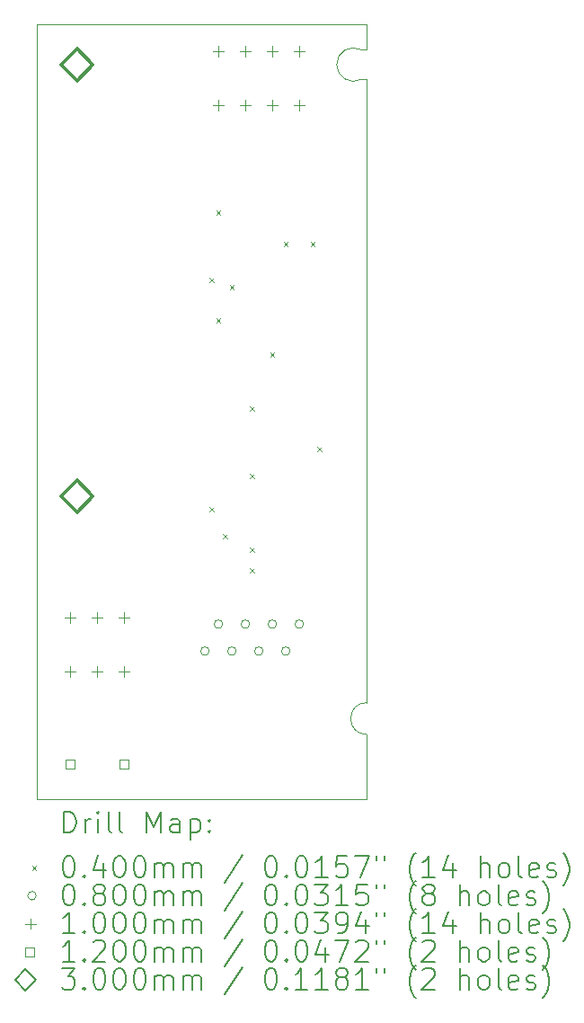
<source format=gbr>
%TF.GenerationSoftware,KiCad,Pcbnew,7.0.9*%
%TF.CreationDate,2023-12-23T18:19:24+01:00*%
%TF.ProjectId,testing-board,74657374-696e-4672-9d62-6f6172642e6b,v1.0*%
%TF.SameCoordinates,Original*%
%TF.FileFunction,Drillmap*%
%TF.FilePolarity,Positive*%
%FSLAX45Y45*%
G04 Gerber Fmt 4.5, Leading zero omitted, Abs format (unit mm)*
G04 Created by KiCad (PCBNEW 7.0.9) date 2023-12-23 18:19:24*
%MOMM*%
%LPD*%
G01*
G04 APERTURE LIST*
%ADD10C,0.050000*%
%ADD11C,0.200000*%
%ADD12C,0.100000*%
%ADD13C,0.120000*%
%ADD14C,0.300000*%
G04 APERTURE END LIST*
D10*
X14554200Y-6400800D02*
G75*
G03*
X14554200Y-6680200I-73800J-139700D01*
G01*
X14605000Y-6400800D02*
X14554200Y-6400800D01*
X14605000Y-6680200D02*
X14554200Y-6680200D01*
X14605000Y-6159500D02*
X14605000Y-6400800D01*
X14605000Y-12550000D02*
G75*
G03*
X14605000Y-12850000I0J-150000D01*
G01*
X11493500Y-6159500D02*
X12382500Y-6159500D01*
X11493500Y-6350000D02*
X11493500Y-6159500D01*
X11493500Y-9842500D02*
X11493500Y-6350000D01*
X11493500Y-13462000D02*
X11493500Y-9842500D01*
X14605000Y-6159500D02*
X12382500Y-6159500D01*
X14605000Y-12550000D02*
X14605000Y-6680200D01*
X14605000Y-13462000D02*
X14605000Y-12850000D01*
X11493500Y-13462000D02*
X14605000Y-13462000D01*
D11*
D12*
X13124500Y-8552500D02*
X13164500Y-8592500D01*
X13164500Y-8552500D02*
X13124500Y-8592500D01*
X13124500Y-10711500D02*
X13164500Y-10751500D01*
X13164500Y-10711500D02*
X13124500Y-10751500D01*
X13188000Y-7917500D02*
X13228000Y-7957500D01*
X13228000Y-7917500D02*
X13188000Y-7957500D01*
X13188000Y-8933500D02*
X13228000Y-8973500D01*
X13228000Y-8933500D02*
X13188000Y-8973500D01*
X13251500Y-10965500D02*
X13291500Y-11005500D01*
X13291500Y-10965500D02*
X13251500Y-11005500D01*
X13315000Y-8616000D02*
X13355000Y-8656000D01*
X13355000Y-8616000D02*
X13315000Y-8656000D01*
X13505500Y-9759000D02*
X13545500Y-9799000D01*
X13545500Y-9759000D02*
X13505500Y-9799000D01*
X13505500Y-10394000D02*
X13545500Y-10434000D01*
X13545500Y-10394000D02*
X13505500Y-10434000D01*
X13505500Y-11092500D02*
X13545500Y-11132500D01*
X13545500Y-11092500D02*
X13505500Y-11132500D01*
X13505500Y-11283000D02*
X13545500Y-11323000D01*
X13545500Y-11283000D02*
X13505500Y-11323000D01*
X13696000Y-9251000D02*
X13736000Y-9291000D01*
X13736000Y-9251000D02*
X13696000Y-9291000D01*
X13823000Y-8209600D02*
X13863000Y-8249600D01*
X13863000Y-8209600D02*
X13823000Y-8249600D01*
X14077000Y-8209600D02*
X14117000Y-8249600D01*
X14117000Y-8209600D02*
X14077000Y-8249600D01*
X14140500Y-10140000D02*
X14180500Y-10180000D01*
X14180500Y-10140000D02*
X14140500Y-10180000D01*
X13121100Y-12065000D02*
G75*
G03*
X13121100Y-12065000I-40000J0D01*
G01*
X13248100Y-11811000D02*
G75*
G03*
X13248100Y-11811000I-40000J0D01*
G01*
X13375100Y-12065000D02*
G75*
G03*
X13375100Y-12065000I-40000J0D01*
G01*
X13502100Y-11811000D02*
G75*
G03*
X13502100Y-11811000I-40000J0D01*
G01*
X13629100Y-12065000D02*
G75*
G03*
X13629100Y-12065000I-40000J0D01*
G01*
X13756100Y-11811000D02*
G75*
G03*
X13756100Y-11811000I-40000J0D01*
G01*
X13883100Y-12065000D02*
G75*
G03*
X13883100Y-12065000I-40000J0D01*
G01*
X14010100Y-11811000D02*
G75*
G03*
X14010100Y-11811000I-40000J0D01*
G01*
X11811000Y-11697500D02*
X11811000Y-11797500D01*
X11761000Y-11747500D02*
X11861000Y-11747500D01*
X11811000Y-12205500D02*
X11811000Y-12305500D01*
X11761000Y-12255500D02*
X11861000Y-12255500D01*
X12065000Y-11697500D02*
X12065000Y-11797500D01*
X12015000Y-11747500D02*
X12115000Y-11747500D01*
X12065000Y-12205500D02*
X12065000Y-12305500D01*
X12015000Y-12255500D02*
X12115000Y-12255500D01*
X12319000Y-11697500D02*
X12319000Y-11797500D01*
X12269000Y-11747500D02*
X12369000Y-11747500D01*
X12319000Y-12205500D02*
X12319000Y-12305500D01*
X12269000Y-12255500D02*
X12369000Y-12255500D01*
X13208000Y-6363500D02*
X13208000Y-6463500D01*
X13158000Y-6413500D02*
X13258000Y-6413500D01*
X13208000Y-6871500D02*
X13208000Y-6971500D01*
X13158000Y-6921500D02*
X13258000Y-6921500D01*
X13462000Y-6363500D02*
X13462000Y-6463500D01*
X13412000Y-6413500D02*
X13512000Y-6413500D01*
X13462000Y-6871500D02*
X13462000Y-6971500D01*
X13412000Y-6921500D02*
X13512000Y-6921500D01*
X13716000Y-6363500D02*
X13716000Y-6463500D01*
X13666000Y-6413500D02*
X13766000Y-6413500D01*
X13716000Y-6871500D02*
X13716000Y-6971500D01*
X13666000Y-6921500D02*
X13766000Y-6921500D01*
X13970000Y-6363500D02*
X13970000Y-6463500D01*
X13920000Y-6413500D02*
X14020000Y-6413500D01*
X13970000Y-6871500D02*
X13970000Y-6971500D01*
X13920000Y-6921500D02*
X14020000Y-6921500D01*
D13*
X11853427Y-13174227D02*
X11853427Y-13089373D01*
X11768573Y-13089373D01*
X11768573Y-13174227D01*
X11853427Y-13174227D01*
X12361427Y-13174227D02*
X12361427Y-13089373D01*
X12276573Y-13089373D01*
X12276573Y-13174227D01*
X12361427Y-13174227D01*
D14*
X11874500Y-6690500D02*
X12024500Y-6540500D01*
X11874500Y-6390500D01*
X11724500Y-6540500D01*
X11874500Y-6690500D01*
X11874500Y-10754500D02*
X12024500Y-10604500D01*
X11874500Y-10454500D01*
X11724500Y-10604500D01*
X11874500Y-10754500D01*
D11*
X11751777Y-13775984D02*
X11751777Y-13575984D01*
X11751777Y-13575984D02*
X11799396Y-13575984D01*
X11799396Y-13575984D02*
X11827967Y-13585508D01*
X11827967Y-13585508D02*
X11847015Y-13604555D01*
X11847015Y-13604555D02*
X11856539Y-13623603D01*
X11856539Y-13623603D02*
X11866062Y-13661698D01*
X11866062Y-13661698D02*
X11866062Y-13690269D01*
X11866062Y-13690269D02*
X11856539Y-13728365D01*
X11856539Y-13728365D02*
X11847015Y-13747412D01*
X11847015Y-13747412D02*
X11827967Y-13766460D01*
X11827967Y-13766460D02*
X11799396Y-13775984D01*
X11799396Y-13775984D02*
X11751777Y-13775984D01*
X11951777Y-13775984D02*
X11951777Y-13642650D01*
X11951777Y-13680746D02*
X11961301Y-13661698D01*
X11961301Y-13661698D02*
X11970824Y-13652174D01*
X11970824Y-13652174D02*
X11989872Y-13642650D01*
X11989872Y-13642650D02*
X12008920Y-13642650D01*
X12075586Y-13775984D02*
X12075586Y-13642650D01*
X12075586Y-13575984D02*
X12066062Y-13585508D01*
X12066062Y-13585508D02*
X12075586Y-13595031D01*
X12075586Y-13595031D02*
X12085110Y-13585508D01*
X12085110Y-13585508D02*
X12075586Y-13575984D01*
X12075586Y-13575984D02*
X12075586Y-13595031D01*
X12199396Y-13775984D02*
X12180348Y-13766460D01*
X12180348Y-13766460D02*
X12170824Y-13747412D01*
X12170824Y-13747412D02*
X12170824Y-13575984D01*
X12304158Y-13775984D02*
X12285110Y-13766460D01*
X12285110Y-13766460D02*
X12275586Y-13747412D01*
X12275586Y-13747412D02*
X12275586Y-13575984D01*
X12532729Y-13775984D02*
X12532729Y-13575984D01*
X12532729Y-13575984D02*
X12599396Y-13718841D01*
X12599396Y-13718841D02*
X12666062Y-13575984D01*
X12666062Y-13575984D02*
X12666062Y-13775984D01*
X12847015Y-13775984D02*
X12847015Y-13671222D01*
X12847015Y-13671222D02*
X12837491Y-13652174D01*
X12837491Y-13652174D02*
X12818443Y-13642650D01*
X12818443Y-13642650D02*
X12780348Y-13642650D01*
X12780348Y-13642650D02*
X12761301Y-13652174D01*
X12847015Y-13766460D02*
X12827967Y-13775984D01*
X12827967Y-13775984D02*
X12780348Y-13775984D01*
X12780348Y-13775984D02*
X12761301Y-13766460D01*
X12761301Y-13766460D02*
X12751777Y-13747412D01*
X12751777Y-13747412D02*
X12751777Y-13728365D01*
X12751777Y-13728365D02*
X12761301Y-13709317D01*
X12761301Y-13709317D02*
X12780348Y-13699793D01*
X12780348Y-13699793D02*
X12827967Y-13699793D01*
X12827967Y-13699793D02*
X12847015Y-13690269D01*
X12942253Y-13642650D02*
X12942253Y-13842650D01*
X12942253Y-13652174D02*
X12961301Y-13642650D01*
X12961301Y-13642650D02*
X12999396Y-13642650D01*
X12999396Y-13642650D02*
X13018443Y-13652174D01*
X13018443Y-13652174D02*
X13027967Y-13661698D01*
X13027967Y-13661698D02*
X13037491Y-13680746D01*
X13037491Y-13680746D02*
X13037491Y-13737888D01*
X13037491Y-13737888D02*
X13027967Y-13756936D01*
X13027967Y-13756936D02*
X13018443Y-13766460D01*
X13018443Y-13766460D02*
X12999396Y-13775984D01*
X12999396Y-13775984D02*
X12961301Y-13775984D01*
X12961301Y-13775984D02*
X12942253Y-13766460D01*
X13123205Y-13756936D02*
X13132729Y-13766460D01*
X13132729Y-13766460D02*
X13123205Y-13775984D01*
X13123205Y-13775984D02*
X13113682Y-13766460D01*
X13113682Y-13766460D02*
X13123205Y-13756936D01*
X13123205Y-13756936D02*
X13123205Y-13775984D01*
X13123205Y-13652174D02*
X13132729Y-13661698D01*
X13132729Y-13661698D02*
X13123205Y-13671222D01*
X13123205Y-13671222D02*
X13113682Y-13661698D01*
X13113682Y-13661698D02*
X13123205Y-13652174D01*
X13123205Y-13652174D02*
X13123205Y-13671222D01*
D12*
X11451000Y-14084500D02*
X11491000Y-14124500D01*
X11491000Y-14084500D02*
X11451000Y-14124500D01*
D11*
X11789872Y-13995984D02*
X11808920Y-13995984D01*
X11808920Y-13995984D02*
X11827967Y-14005508D01*
X11827967Y-14005508D02*
X11837491Y-14015031D01*
X11837491Y-14015031D02*
X11847015Y-14034079D01*
X11847015Y-14034079D02*
X11856539Y-14072174D01*
X11856539Y-14072174D02*
X11856539Y-14119793D01*
X11856539Y-14119793D02*
X11847015Y-14157888D01*
X11847015Y-14157888D02*
X11837491Y-14176936D01*
X11837491Y-14176936D02*
X11827967Y-14186460D01*
X11827967Y-14186460D02*
X11808920Y-14195984D01*
X11808920Y-14195984D02*
X11789872Y-14195984D01*
X11789872Y-14195984D02*
X11770824Y-14186460D01*
X11770824Y-14186460D02*
X11761301Y-14176936D01*
X11761301Y-14176936D02*
X11751777Y-14157888D01*
X11751777Y-14157888D02*
X11742253Y-14119793D01*
X11742253Y-14119793D02*
X11742253Y-14072174D01*
X11742253Y-14072174D02*
X11751777Y-14034079D01*
X11751777Y-14034079D02*
X11761301Y-14015031D01*
X11761301Y-14015031D02*
X11770824Y-14005508D01*
X11770824Y-14005508D02*
X11789872Y-13995984D01*
X11942253Y-14176936D02*
X11951777Y-14186460D01*
X11951777Y-14186460D02*
X11942253Y-14195984D01*
X11942253Y-14195984D02*
X11932729Y-14186460D01*
X11932729Y-14186460D02*
X11942253Y-14176936D01*
X11942253Y-14176936D02*
X11942253Y-14195984D01*
X12123205Y-14062650D02*
X12123205Y-14195984D01*
X12075586Y-13986460D02*
X12027967Y-14129317D01*
X12027967Y-14129317D02*
X12151777Y-14129317D01*
X12266062Y-13995984D02*
X12285110Y-13995984D01*
X12285110Y-13995984D02*
X12304158Y-14005508D01*
X12304158Y-14005508D02*
X12313682Y-14015031D01*
X12313682Y-14015031D02*
X12323205Y-14034079D01*
X12323205Y-14034079D02*
X12332729Y-14072174D01*
X12332729Y-14072174D02*
X12332729Y-14119793D01*
X12332729Y-14119793D02*
X12323205Y-14157888D01*
X12323205Y-14157888D02*
X12313682Y-14176936D01*
X12313682Y-14176936D02*
X12304158Y-14186460D01*
X12304158Y-14186460D02*
X12285110Y-14195984D01*
X12285110Y-14195984D02*
X12266062Y-14195984D01*
X12266062Y-14195984D02*
X12247015Y-14186460D01*
X12247015Y-14186460D02*
X12237491Y-14176936D01*
X12237491Y-14176936D02*
X12227967Y-14157888D01*
X12227967Y-14157888D02*
X12218443Y-14119793D01*
X12218443Y-14119793D02*
X12218443Y-14072174D01*
X12218443Y-14072174D02*
X12227967Y-14034079D01*
X12227967Y-14034079D02*
X12237491Y-14015031D01*
X12237491Y-14015031D02*
X12247015Y-14005508D01*
X12247015Y-14005508D02*
X12266062Y-13995984D01*
X12456539Y-13995984D02*
X12475586Y-13995984D01*
X12475586Y-13995984D02*
X12494634Y-14005508D01*
X12494634Y-14005508D02*
X12504158Y-14015031D01*
X12504158Y-14015031D02*
X12513682Y-14034079D01*
X12513682Y-14034079D02*
X12523205Y-14072174D01*
X12523205Y-14072174D02*
X12523205Y-14119793D01*
X12523205Y-14119793D02*
X12513682Y-14157888D01*
X12513682Y-14157888D02*
X12504158Y-14176936D01*
X12504158Y-14176936D02*
X12494634Y-14186460D01*
X12494634Y-14186460D02*
X12475586Y-14195984D01*
X12475586Y-14195984D02*
X12456539Y-14195984D01*
X12456539Y-14195984D02*
X12437491Y-14186460D01*
X12437491Y-14186460D02*
X12427967Y-14176936D01*
X12427967Y-14176936D02*
X12418443Y-14157888D01*
X12418443Y-14157888D02*
X12408920Y-14119793D01*
X12408920Y-14119793D02*
X12408920Y-14072174D01*
X12408920Y-14072174D02*
X12418443Y-14034079D01*
X12418443Y-14034079D02*
X12427967Y-14015031D01*
X12427967Y-14015031D02*
X12437491Y-14005508D01*
X12437491Y-14005508D02*
X12456539Y-13995984D01*
X12608920Y-14195984D02*
X12608920Y-14062650D01*
X12608920Y-14081698D02*
X12618443Y-14072174D01*
X12618443Y-14072174D02*
X12637491Y-14062650D01*
X12637491Y-14062650D02*
X12666063Y-14062650D01*
X12666063Y-14062650D02*
X12685110Y-14072174D01*
X12685110Y-14072174D02*
X12694634Y-14091222D01*
X12694634Y-14091222D02*
X12694634Y-14195984D01*
X12694634Y-14091222D02*
X12704158Y-14072174D01*
X12704158Y-14072174D02*
X12723205Y-14062650D01*
X12723205Y-14062650D02*
X12751777Y-14062650D01*
X12751777Y-14062650D02*
X12770824Y-14072174D01*
X12770824Y-14072174D02*
X12780348Y-14091222D01*
X12780348Y-14091222D02*
X12780348Y-14195984D01*
X12875586Y-14195984D02*
X12875586Y-14062650D01*
X12875586Y-14081698D02*
X12885110Y-14072174D01*
X12885110Y-14072174D02*
X12904158Y-14062650D01*
X12904158Y-14062650D02*
X12932729Y-14062650D01*
X12932729Y-14062650D02*
X12951777Y-14072174D01*
X12951777Y-14072174D02*
X12961301Y-14091222D01*
X12961301Y-14091222D02*
X12961301Y-14195984D01*
X12961301Y-14091222D02*
X12970824Y-14072174D01*
X12970824Y-14072174D02*
X12989872Y-14062650D01*
X12989872Y-14062650D02*
X13018443Y-14062650D01*
X13018443Y-14062650D02*
X13037491Y-14072174D01*
X13037491Y-14072174D02*
X13047015Y-14091222D01*
X13047015Y-14091222D02*
X13047015Y-14195984D01*
X13437491Y-13986460D02*
X13266063Y-14243603D01*
X13694634Y-13995984D02*
X13713682Y-13995984D01*
X13713682Y-13995984D02*
X13732729Y-14005508D01*
X13732729Y-14005508D02*
X13742253Y-14015031D01*
X13742253Y-14015031D02*
X13751777Y-14034079D01*
X13751777Y-14034079D02*
X13761301Y-14072174D01*
X13761301Y-14072174D02*
X13761301Y-14119793D01*
X13761301Y-14119793D02*
X13751777Y-14157888D01*
X13751777Y-14157888D02*
X13742253Y-14176936D01*
X13742253Y-14176936D02*
X13732729Y-14186460D01*
X13732729Y-14186460D02*
X13713682Y-14195984D01*
X13713682Y-14195984D02*
X13694634Y-14195984D01*
X13694634Y-14195984D02*
X13675586Y-14186460D01*
X13675586Y-14186460D02*
X13666063Y-14176936D01*
X13666063Y-14176936D02*
X13656539Y-14157888D01*
X13656539Y-14157888D02*
X13647015Y-14119793D01*
X13647015Y-14119793D02*
X13647015Y-14072174D01*
X13647015Y-14072174D02*
X13656539Y-14034079D01*
X13656539Y-14034079D02*
X13666063Y-14015031D01*
X13666063Y-14015031D02*
X13675586Y-14005508D01*
X13675586Y-14005508D02*
X13694634Y-13995984D01*
X13847015Y-14176936D02*
X13856539Y-14186460D01*
X13856539Y-14186460D02*
X13847015Y-14195984D01*
X13847015Y-14195984D02*
X13837491Y-14186460D01*
X13837491Y-14186460D02*
X13847015Y-14176936D01*
X13847015Y-14176936D02*
X13847015Y-14195984D01*
X13980348Y-13995984D02*
X13999396Y-13995984D01*
X13999396Y-13995984D02*
X14018444Y-14005508D01*
X14018444Y-14005508D02*
X14027967Y-14015031D01*
X14027967Y-14015031D02*
X14037491Y-14034079D01*
X14037491Y-14034079D02*
X14047015Y-14072174D01*
X14047015Y-14072174D02*
X14047015Y-14119793D01*
X14047015Y-14119793D02*
X14037491Y-14157888D01*
X14037491Y-14157888D02*
X14027967Y-14176936D01*
X14027967Y-14176936D02*
X14018444Y-14186460D01*
X14018444Y-14186460D02*
X13999396Y-14195984D01*
X13999396Y-14195984D02*
X13980348Y-14195984D01*
X13980348Y-14195984D02*
X13961301Y-14186460D01*
X13961301Y-14186460D02*
X13951777Y-14176936D01*
X13951777Y-14176936D02*
X13942253Y-14157888D01*
X13942253Y-14157888D02*
X13932729Y-14119793D01*
X13932729Y-14119793D02*
X13932729Y-14072174D01*
X13932729Y-14072174D02*
X13942253Y-14034079D01*
X13942253Y-14034079D02*
X13951777Y-14015031D01*
X13951777Y-14015031D02*
X13961301Y-14005508D01*
X13961301Y-14005508D02*
X13980348Y-13995984D01*
X14237491Y-14195984D02*
X14123206Y-14195984D01*
X14180348Y-14195984D02*
X14180348Y-13995984D01*
X14180348Y-13995984D02*
X14161301Y-14024555D01*
X14161301Y-14024555D02*
X14142253Y-14043603D01*
X14142253Y-14043603D02*
X14123206Y-14053127D01*
X14418444Y-13995984D02*
X14323206Y-13995984D01*
X14323206Y-13995984D02*
X14313682Y-14091222D01*
X14313682Y-14091222D02*
X14323206Y-14081698D01*
X14323206Y-14081698D02*
X14342253Y-14072174D01*
X14342253Y-14072174D02*
X14389872Y-14072174D01*
X14389872Y-14072174D02*
X14408920Y-14081698D01*
X14408920Y-14081698D02*
X14418444Y-14091222D01*
X14418444Y-14091222D02*
X14427967Y-14110269D01*
X14427967Y-14110269D02*
X14427967Y-14157888D01*
X14427967Y-14157888D02*
X14418444Y-14176936D01*
X14418444Y-14176936D02*
X14408920Y-14186460D01*
X14408920Y-14186460D02*
X14389872Y-14195984D01*
X14389872Y-14195984D02*
X14342253Y-14195984D01*
X14342253Y-14195984D02*
X14323206Y-14186460D01*
X14323206Y-14186460D02*
X14313682Y-14176936D01*
X14494634Y-13995984D02*
X14627967Y-13995984D01*
X14627967Y-13995984D02*
X14542253Y-14195984D01*
X14694634Y-13995984D02*
X14694634Y-14034079D01*
X14770825Y-13995984D02*
X14770825Y-14034079D01*
X15066063Y-14272174D02*
X15056539Y-14262650D01*
X15056539Y-14262650D02*
X15037491Y-14234079D01*
X15037491Y-14234079D02*
X15027968Y-14215031D01*
X15027968Y-14215031D02*
X15018444Y-14186460D01*
X15018444Y-14186460D02*
X15008920Y-14138841D01*
X15008920Y-14138841D02*
X15008920Y-14100746D01*
X15008920Y-14100746D02*
X15018444Y-14053127D01*
X15018444Y-14053127D02*
X15027968Y-14024555D01*
X15027968Y-14024555D02*
X15037491Y-14005508D01*
X15037491Y-14005508D02*
X15056539Y-13976936D01*
X15056539Y-13976936D02*
X15066063Y-13967412D01*
X15247015Y-14195984D02*
X15132729Y-14195984D01*
X15189872Y-14195984D02*
X15189872Y-13995984D01*
X15189872Y-13995984D02*
X15170825Y-14024555D01*
X15170825Y-14024555D02*
X15151777Y-14043603D01*
X15151777Y-14043603D02*
X15132729Y-14053127D01*
X15418444Y-14062650D02*
X15418444Y-14195984D01*
X15370825Y-13986460D02*
X15323206Y-14129317D01*
X15323206Y-14129317D02*
X15447015Y-14129317D01*
X15675587Y-14195984D02*
X15675587Y-13995984D01*
X15761301Y-14195984D02*
X15761301Y-14091222D01*
X15761301Y-14091222D02*
X15751777Y-14072174D01*
X15751777Y-14072174D02*
X15732730Y-14062650D01*
X15732730Y-14062650D02*
X15704158Y-14062650D01*
X15704158Y-14062650D02*
X15685110Y-14072174D01*
X15685110Y-14072174D02*
X15675587Y-14081698D01*
X15885110Y-14195984D02*
X15866063Y-14186460D01*
X15866063Y-14186460D02*
X15856539Y-14176936D01*
X15856539Y-14176936D02*
X15847015Y-14157888D01*
X15847015Y-14157888D02*
X15847015Y-14100746D01*
X15847015Y-14100746D02*
X15856539Y-14081698D01*
X15856539Y-14081698D02*
X15866063Y-14072174D01*
X15866063Y-14072174D02*
X15885110Y-14062650D01*
X15885110Y-14062650D02*
X15913682Y-14062650D01*
X15913682Y-14062650D02*
X15932730Y-14072174D01*
X15932730Y-14072174D02*
X15942253Y-14081698D01*
X15942253Y-14081698D02*
X15951777Y-14100746D01*
X15951777Y-14100746D02*
X15951777Y-14157888D01*
X15951777Y-14157888D02*
X15942253Y-14176936D01*
X15942253Y-14176936D02*
X15932730Y-14186460D01*
X15932730Y-14186460D02*
X15913682Y-14195984D01*
X15913682Y-14195984D02*
X15885110Y-14195984D01*
X16066063Y-14195984D02*
X16047015Y-14186460D01*
X16047015Y-14186460D02*
X16037491Y-14167412D01*
X16037491Y-14167412D02*
X16037491Y-13995984D01*
X16218444Y-14186460D02*
X16199396Y-14195984D01*
X16199396Y-14195984D02*
X16161301Y-14195984D01*
X16161301Y-14195984D02*
X16142253Y-14186460D01*
X16142253Y-14186460D02*
X16132730Y-14167412D01*
X16132730Y-14167412D02*
X16132730Y-14091222D01*
X16132730Y-14091222D02*
X16142253Y-14072174D01*
X16142253Y-14072174D02*
X16161301Y-14062650D01*
X16161301Y-14062650D02*
X16199396Y-14062650D01*
X16199396Y-14062650D02*
X16218444Y-14072174D01*
X16218444Y-14072174D02*
X16227968Y-14091222D01*
X16227968Y-14091222D02*
X16227968Y-14110269D01*
X16227968Y-14110269D02*
X16132730Y-14129317D01*
X16304158Y-14186460D02*
X16323206Y-14195984D01*
X16323206Y-14195984D02*
X16361301Y-14195984D01*
X16361301Y-14195984D02*
X16380349Y-14186460D01*
X16380349Y-14186460D02*
X16389872Y-14167412D01*
X16389872Y-14167412D02*
X16389872Y-14157888D01*
X16389872Y-14157888D02*
X16380349Y-14138841D01*
X16380349Y-14138841D02*
X16361301Y-14129317D01*
X16361301Y-14129317D02*
X16332730Y-14129317D01*
X16332730Y-14129317D02*
X16313682Y-14119793D01*
X16313682Y-14119793D02*
X16304158Y-14100746D01*
X16304158Y-14100746D02*
X16304158Y-14091222D01*
X16304158Y-14091222D02*
X16313682Y-14072174D01*
X16313682Y-14072174D02*
X16332730Y-14062650D01*
X16332730Y-14062650D02*
X16361301Y-14062650D01*
X16361301Y-14062650D02*
X16380349Y-14072174D01*
X16456539Y-14272174D02*
X16466063Y-14262650D01*
X16466063Y-14262650D02*
X16485111Y-14234079D01*
X16485111Y-14234079D02*
X16494634Y-14215031D01*
X16494634Y-14215031D02*
X16504158Y-14186460D01*
X16504158Y-14186460D02*
X16513682Y-14138841D01*
X16513682Y-14138841D02*
X16513682Y-14100746D01*
X16513682Y-14100746D02*
X16504158Y-14053127D01*
X16504158Y-14053127D02*
X16494634Y-14024555D01*
X16494634Y-14024555D02*
X16485111Y-14005508D01*
X16485111Y-14005508D02*
X16466063Y-13976936D01*
X16466063Y-13976936D02*
X16456539Y-13967412D01*
D12*
X11491000Y-14368500D02*
G75*
G03*
X11491000Y-14368500I-40000J0D01*
G01*
D11*
X11789872Y-14259984D02*
X11808920Y-14259984D01*
X11808920Y-14259984D02*
X11827967Y-14269508D01*
X11827967Y-14269508D02*
X11837491Y-14279031D01*
X11837491Y-14279031D02*
X11847015Y-14298079D01*
X11847015Y-14298079D02*
X11856539Y-14336174D01*
X11856539Y-14336174D02*
X11856539Y-14383793D01*
X11856539Y-14383793D02*
X11847015Y-14421888D01*
X11847015Y-14421888D02*
X11837491Y-14440936D01*
X11837491Y-14440936D02*
X11827967Y-14450460D01*
X11827967Y-14450460D02*
X11808920Y-14459984D01*
X11808920Y-14459984D02*
X11789872Y-14459984D01*
X11789872Y-14459984D02*
X11770824Y-14450460D01*
X11770824Y-14450460D02*
X11761301Y-14440936D01*
X11761301Y-14440936D02*
X11751777Y-14421888D01*
X11751777Y-14421888D02*
X11742253Y-14383793D01*
X11742253Y-14383793D02*
X11742253Y-14336174D01*
X11742253Y-14336174D02*
X11751777Y-14298079D01*
X11751777Y-14298079D02*
X11761301Y-14279031D01*
X11761301Y-14279031D02*
X11770824Y-14269508D01*
X11770824Y-14269508D02*
X11789872Y-14259984D01*
X11942253Y-14440936D02*
X11951777Y-14450460D01*
X11951777Y-14450460D02*
X11942253Y-14459984D01*
X11942253Y-14459984D02*
X11932729Y-14450460D01*
X11932729Y-14450460D02*
X11942253Y-14440936D01*
X11942253Y-14440936D02*
X11942253Y-14459984D01*
X12066062Y-14345698D02*
X12047015Y-14336174D01*
X12047015Y-14336174D02*
X12037491Y-14326650D01*
X12037491Y-14326650D02*
X12027967Y-14307603D01*
X12027967Y-14307603D02*
X12027967Y-14298079D01*
X12027967Y-14298079D02*
X12037491Y-14279031D01*
X12037491Y-14279031D02*
X12047015Y-14269508D01*
X12047015Y-14269508D02*
X12066062Y-14259984D01*
X12066062Y-14259984D02*
X12104158Y-14259984D01*
X12104158Y-14259984D02*
X12123205Y-14269508D01*
X12123205Y-14269508D02*
X12132729Y-14279031D01*
X12132729Y-14279031D02*
X12142253Y-14298079D01*
X12142253Y-14298079D02*
X12142253Y-14307603D01*
X12142253Y-14307603D02*
X12132729Y-14326650D01*
X12132729Y-14326650D02*
X12123205Y-14336174D01*
X12123205Y-14336174D02*
X12104158Y-14345698D01*
X12104158Y-14345698D02*
X12066062Y-14345698D01*
X12066062Y-14345698D02*
X12047015Y-14355222D01*
X12047015Y-14355222D02*
X12037491Y-14364746D01*
X12037491Y-14364746D02*
X12027967Y-14383793D01*
X12027967Y-14383793D02*
X12027967Y-14421888D01*
X12027967Y-14421888D02*
X12037491Y-14440936D01*
X12037491Y-14440936D02*
X12047015Y-14450460D01*
X12047015Y-14450460D02*
X12066062Y-14459984D01*
X12066062Y-14459984D02*
X12104158Y-14459984D01*
X12104158Y-14459984D02*
X12123205Y-14450460D01*
X12123205Y-14450460D02*
X12132729Y-14440936D01*
X12132729Y-14440936D02*
X12142253Y-14421888D01*
X12142253Y-14421888D02*
X12142253Y-14383793D01*
X12142253Y-14383793D02*
X12132729Y-14364746D01*
X12132729Y-14364746D02*
X12123205Y-14355222D01*
X12123205Y-14355222D02*
X12104158Y-14345698D01*
X12266062Y-14259984D02*
X12285110Y-14259984D01*
X12285110Y-14259984D02*
X12304158Y-14269508D01*
X12304158Y-14269508D02*
X12313682Y-14279031D01*
X12313682Y-14279031D02*
X12323205Y-14298079D01*
X12323205Y-14298079D02*
X12332729Y-14336174D01*
X12332729Y-14336174D02*
X12332729Y-14383793D01*
X12332729Y-14383793D02*
X12323205Y-14421888D01*
X12323205Y-14421888D02*
X12313682Y-14440936D01*
X12313682Y-14440936D02*
X12304158Y-14450460D01*
X12304158Y-14450460D02*
X12285110Y-14459984D01*
X12285110Y-14459984D02*
X12266062Y-14459984D01*
X12266062Y-14459984D02*
X12247015Y-14450460D01*
X12247015Y-14450460D02*
X12237491Y-14440936D01*
X12237491Y-14440936D02*
X12227967Y-14421888D01*
X12227967Y-14421888D02*
X12218443Y-14383793D01*
X12218443Y-14383793D02*
X12218443Y-14336174D01*
X12218443Y-14336174D02*
X12227967Y-14298079D01*
X12227967Y-14298079D02*
X12237491Y-14279031D01*
X12237491Y-14279031D02*
X12247015Y-14269508D01*
X12247015Y-14269508D02*
X12266062Y-14259984D01*
X12456539Y-14259984D02*
X12475586Y-14259984D01*
X12475586Y-14259984D02*
X12494634Y-14269508D01*
X12494634Y-14269508D02*
X12504158Y-14279031D01*
X12504158Y-14279031D02*
X12513682Y-14298079D01*
X12513682Y-14298079D02*
X12523205Y-14336174D01*
X12523205Y-14336174D02*
X12523205Y-14383793D01*
X12523205Y-14383793D02*
X12513682Y-14421888D01*
X12513682Y-14421888D02*
X12504158Y-14440936D01*
X12504158Y-14440936D02*
X12494634Y-14450460D01*
X12494634Y-14450460D02*
X12475586Y-14459984D01*
X12475586Y-14459984D02*
X12456539Y-14459984D01*
X12456539Y-14459984D02*
X12437491Y-14450460D01*
X12437491Y-14450460D02*
X12427967Y-14440936D01*
X12427967Y-14440936D02*
X12418443Y-14421888D01*
X12418443Y-14421888D02*
X12408920Y-14383793D01*
X12408920Y-14383793D02*
X12408920Y-14336174D01*
X12408920Y-14336174D02*
X12418443Y-14298079D01*
X12418443Y-14298079D02*
X12427967Y-14279031D01*
X12427967Y-14279031D02*
X12437491Y-14269508D01*
X12437491Y-14269508D02*
X12456539Y-14259984D01*
X12608920Y-14459984D02*
X12608920Y-14326650D01*
X12608920Y-14345698D02*
X12618443Y-14336174D01*
X12618443Y-14336174D02*
X12637491Y-14326650D01*
X12637491Y-14326650D02*
X12666063Y-14326650D01*
X12666063Y-14326650D02*
X12685110Y-14336174D01*
X12685110Y-14336174D02*
X12694634Y-14355222D01*
X12694634Y-14355222D02*
X12694634Y-14459984D01*
X12694634Y-14355222D02*
X12704158Y-14336174D01*
X12704158Y-14336174D02*
X12723205Y-14326650D01*
X12723205Y-14326650D02*
X12751777Y-14326650D01*
X12751777Y-14326650D02*
X12770824Y-14336174D01*
X12770824Y-14336174D02*
X12780348Y-14355222D01*
X12780348Y-14355222D02*
X12780348Y-14459984D01*
X12875586Y-14459984D02*
X12875586Y-14326650D01*
X12875586Y-14345698D02*
X12885110Y-14336174D01*
X12885110Y-14336174D02*
X12904158Y-14326650D01*
X12904158Y-14326650D02*
X12932729Y-14326650D01*
X12932729Y-14326650D02*
X12951777Y-14336174D01*
X12951777Y-14336174D02*
X12961301Y-14355222D01*
X12961301Y-14355222D02*
X12961301Y-14459984D01*
X12961301Y-14355222D02*
X12970824Y-14336174D01*
X12970824Y-14336174D02*
X12989872Y-14326650D01*
X12989872Y-14326650D02*
X13018443Y-14326650D01*
X13018443Y-14326650D02*
X13037491Y-14336174D01*
X13037491Y-14336174D02*
X13047015Y-14355222D01*
X13047015Y-14355222D02*
X13047015Y-14459984D01*
X13437491Y-14250460D02*
X13266063Y-14507603D01*
X13694634Y-14259984D02*
X13713682Y-14259984D01*
X13713682Y-14259984D02*
X13732729Y-14269508D01*
X13732729Y-14269508D02*
X13742253Y-14279031D01*
X13742253Y-14279031D02*
X13751777Y-14298079D01*
X13751777Y-14298079D02*
X13761301Y-14336174D01*
X13761301Y-14336174D02*
X13761301Y-14383793D01*
X13761301Y-14383793D02*
X13751777Y-14421888D01*
X13751777Y-14421888D02*
X13742253Y-14440936D01*
X13742253Y-14440936D02*
X13732729Y-14450460D01*
X13732729Y-14450460D02*
X13713682Y-14459984D01*
X13713682Y-14459984D02*
X13694634Y-14459984D01*
X13694634Y-14459984D02*
X13675586Y-14450460D01*
X13675586Y-14450460D02*
X13666063Y-14440936D01*
X13666063Y-14440936D02*
X13656539Y-14421888D01*
X13656539Y-14421888D02*
X13647015Y-14383793D01*
X13647015Y-14383793D02*
X13647015Y-14336174D01*
X13647015Y-14336174D02*
X13656539Y-14298079D01*
X13656539Y-14298079D02*
X13666063Y-14279031D01*
X13666063Y-14279031D02*
X13675586Y-14269508D01*
X13675586Y-14269508D02*
X13694634Y-14259984D01*
X13847015Y-14440936D02*
X13856539Y-14450460D01*
X13856539Y-14450460D02*
X13847015Y-14459984D01*
X13847015Y-14459984D02*
X13837491Y-14450460D01*
X13837491Y-14450460D02*
X13847015Y-14440936D01*
X13847015Y-14440936D02*
X13847015Y-14459984D01*
X13980348Y-14259984D02*
X13999396Y-14259984D01*
X13999396Y-14259984D02*
X14018444Y-14269508D01*
X14018444Y-14269508D02*
X14027967Y-14279031D01*
X14027967Y-14279031D02*
X14037491Y-14298079D01*
X14037491Y-14298079D02*
X14047015Y-14336174D01*
X14047015Y-14336174D02*
X14047015Y-14383793D01*
X14047015Y-14383793D02*
X14037491Y-14421888D01*
X14037491Y-14421888D02*
X14027967Y-14440936D01*
X14027967Y-14440936D02*
X14018444Y-14450460D01*
X14018444Y-14450460D02*
X13999396Y-14459984D01*
X13999396Y-14459984D02*
X13980348Y-14459984D01*
X13980348Y-14459984D02*
X13961301Y-14450460D01*
X13961301Y-14450460D02*
X13951777Y-14440936D01*
X13951777Y-14440936D02*
X13942253Y-14421888D01*
X13942253Y-14421888D02*
X13932729Y-14383793D01*
X13932729Y-14383793D02*
X13932729Y-14336174D01*
X13932729Y-14336174D02*
X13942253Y-14298079D01*
X13942253Y-14298079D02*
X13951777Y-14279031D01*
X13951777Y-14279031D02*
X13961301Y-14269508D01*
X13961301Y-14269508D02*
X13980348Y-14259984D01*
X14113682Y-14259984D02*
X14237491Y-14259984D01*
X14237491Y-14259984D02*
X14170825Y-14336174D01*
X14170825Y-14336174D02*
X14199396Y-14336174D01*
X14199396Y-14336174D02*
X14218444Y-14345698D01*
X14218444Y-14345698D02*
X14227967Y-14355222D01*
X14227967Y-14355222D02*
X14237491Y-14374269D01*
X14237491Y-14374269D02*
X14237491Y-14421888D01*
X14237491Y-14421888D02*
X14227967Y-14440936D01*
X14227967Y-14440936D02*
X14218444Y-14450460D01*
X14218444Y-14450460D02*
X14199396Y-14459984D01*
X14199396Y-14459984D02*
X14142253Y-14459984D01*
X14142253Y-14459984D02*
X14123206Y-14450460D01*
X14123206Y-14450460D02*
X14113682Y-14440936D01*
X14427967Y-14459984D02*
X14313682Y-14459984D01*
X14370825Y-14459984D02*
X14370825Y-14259984D01*
X14370825Y-14259984D02*
X14351777Y-14288555D01*
X14351777Y-14288555D02*
X14332729Y-14307603D01*
X14332729Y-14307603D02*
X14313682Y-14317127D01*
X14608920Y-14259984D02*
X14513682Y-14259984D01*
X14513682Y-14259984D02*
X14504158Y-14355222D01*
X14504158Y-14355222D02*
X14513682Y-14345698D01*
X14513682Y-14345698D02*
X14532729Y-14336174D01*
X14532729Y-14336174D02*
X14580348Y-14336174D01*
X14580348Y-14336174D02*
X14599396Y-14345698D01*
X14599396Y-14345698D02*
X14608920Y-14355222D01*
X14608920Y-14355222D02*
X14618444Y-14374269D01*
X14618444Y-14374269D02*
X14618444Y-14421888D01*
X14618444Y-14421888D02*
X14608920Y-14440936D01*
X14608920Y-14440936D02*
X14599396Y-14450460D01*
X14599396Y-14450460D02*
X14580348Y-14459984D01*
X14580348Y-14459984D02*
X14532729Y-14459984D01*
X14532729Y-14459984D02*
X14513682Y-14450460D01*
X14513682Y-14450460D02*
X14504158Y-14440936D01*
X14694634Y-14259984D02*
X14694634Y-14298079D01*
X14770825Y-14259984D02*
X14770825Y-14298079D01*
X15066063Y-14536174D02*
X15056539Y-14526650D01*
X15056539Y-14526650D02*
X15037491Y-14498079D01*
X15037491Y-14498079D02*
X15027968Y-14479031D01*
X15027968Y-14479031D02*
X15018444Y-14450460D01*
X15018444Y-14450460D02*
X15008920Y-14402841D01*
X15008920Y-14402841D02*
X15008920Y-14364746D01*
X15008920Y-14364746D02*
X15018444Y-14317127D01*
X15018444Y-14317127D02*
X15027968Y-14288555D01*
X15027968Y-14288555D02*
X15037491Y-14269508D01*
X15037491Y-14269508D02*
X15056539Y-14240936D01*
X15056539Y-14240936D02*
X15066063Y-14231412D01*
X15170825Y-14345698D02*
X15151777Y-14336174D01*
X15151777Y-14336174D02*
X15142253Y-14326650D01*
X15142253Y-14326650D02*
X15132729Y-14307603D01*
X15132729Y-14307603D02*
X15132729Y-14298079D01*
X15132729Y-14298079D02*
X15142253Y-14279031D01*
X15142253Y-14279031D02*
X15151777Y-14269508D01*
X15151777Y-14269508D02*
X15170825Y-14259984D01*
X15170825Y-14259984D02*
X15208920Y-14259984D01*
X15208920Y-14259984D02*
X15227968Y-14269508D01*
X15227968Y-14269508D02*
X15237491Y-14279031D01*
X15237491Y-14279031D02*
X15247015Y-14298079D01*
X15247015Y-14298079D02*
X15247015Y-14307603D01*
X15247015Y-14307603D02*
X15237491Y-14326650D01*
X15237491Y-14326650D02*
X15227968Y-14336174D01*
X15227968Y-14336174D02*
X15208920Y-14345698D01*
X15208920Y-14345698D02*
X15170825Y-14345698D01*
X15170825Y-14345698D02*
X15151777Y-14355222D01*
X15151777Y-14355222D02*
X15142253Y-14364746D01*
X15142253Y-14364746D02*
X15132729Y-14383793D01*
X15132729Y-14383793D02*
X15132729Y-14421888D01*
X15132729Y-14421888D02*
X15142253Y-14440936D01*
X15142253Y-14440936D02*
X15151777Y-14450460D01*
X15151777Y-14450460D02*
X15170825Y-14459984D01*
X15170825Y-14459984D02*
X15208920Y-14459984D01*
X15208920Y-14459984D02*
X15227968Y-14450460D01*
X15227968Y-14450460D02*
X15237491Y-14440936D01*
X15237491Y-14440936D02*
X15247015Y-14421888D01*
X15247015Y-14421888D02*
X15247015Y-14383793D01*
X15247015Y-14383793D02*
X15237491Y-14364746D01*
X15237491Y-14364746D02*
X15227968Y-14355222D01*
X15227968Y-14355222D02*
X15208920Y-14345698D01*
X15485110Y-14459984D02*
X15485110Y-14259984D01*
X15570825Y-14459984D02*
X15570825Y-14355222D01*
X15570825Y-14355222D02*
X15561301Y-14336174D01*
X15561301Y-14336174D02*
X15542253Y-14326650D01*
X15542253Y-14326650D02*
X15513682Y-14326650D01*
X15513682Y-14326650D02*
X15494634Y-14336174D01*
X15494634Y-14336174D02*
X15485110Y-14345698D01*
X15694634Y-14459984D02*
X15675587Y-14450460D01*
X15675587Y-14450460D02*
X15666063Y-14440936D01*
X15666063Y-14440936D02*
X15656539Y-14421888D01*
X15656539Y-14421888D02*
X15656539Y-14364746D01*
X15656539Y-14364746D02*
X15666063Y-14345698D01*
X15666063Y-14345698D02*
X15675587Y-14336174D01*
X15675587Y-14336174D02*
X15694634Y-14326650D01*
X15694634Y-14326650D02*
X15723206Y-14326650D01*
X15723206Y-14326650D02*
X15742253Y-14336174D01*
X15742253Y-14336174D02*
X15751777Y-14345698D01*
X15751777Y-14345698D02*
X15761301Y-14364746D01*
X15761301Y-14364746D02*
X15761301Y-14421888D01*
X15761301Y-14421888D02*
X15751777Y-14440936D01*
X15751777Y-14440936D02*
X15742253Y-14450460D01*
X15742253Y-14450460D02*
X15723206Y-14459984D01*
X15723206Y-14459984D02*
X15694634Y-14459984D01*
X15875587Y-14459984D02*
X15856539Y-14450460D01*
X15856539Y-14450460D02*
X15847015Y-14431412D01*
X15847015Y-14431412D02*
X15847015Y-14259984D01*
X16027968Y-14450460D02*
X16008920Y-14459984D01*
X16008920Y-14459984D02*
X15970825Y-14459984D01*
X15970825Y-14459984D02*
X15951777Y-14450460D01*
X15951777Y-14450460D02*
X15942253Y-14431412D01*
X15942253Y-14431412D02*
X15942253Y-14355222D01*
X15942253Y-14355222D02*
X15951777Y-14336174D01*
X15951777Y-14336174D02*
X15970825Y-14326650D01*
X15970825Y-14326650D02*
X16008920Y-14326650D01*
X16008920Y-14326650D02*
X16027968Y-14336174D01*
X16027968Y-14336174D02*
X16037491Y-14355222D01*
X16037491Y-14355222D02*
X16037491Y-14374269D01*
X16037491Y-14374269D02*
X15942253Y-14393317D01*
X16113682Y-14450460D02*
X16132730Y-14459984D01*
X16132730Y-14459984D02*
X16170825Y-14459984D01*
X16170825Y-14459984D02*
X16189872Y-14450460D01*
X16189872Y-14450460D02*
X16199396Y-14431412D01*
X16199396Y-14431412D02*
X16199396Y-14421888D01*
X16199396Y-14421888D02*
X16189872Y-14402841D01*
X16189872Y-14402841D02*
X16170825Y-14393317D01*
X16170825Y-14393317D02*
X16142253Y-14393317D01*
X16142253Y-14393317D02*
X16123206Y-14383793D01*
X16123206Y-14383793D02*
X16113682Y-14364746D01*
X16113682Y-14364746D02*
X16113682Y-14355222D01*
X16113682Y-14355222D02*
X16123206Y-14336174D01*
X16123206Y-14336174D02*
X16142253Y-14326650D01*
X16142253Y-14326650D02*
X16170825Y-14326650D01*
X16170825Y-14326650D02*
X16189872Y-14336174D01*
X16266063Y-14536174D02*
X16275587Y-14526650D01*
X16275587Y-14526650D02*
X16294634Y-14498079D01*
X16294634Y-14498079D02*
X16304158Y-14479031D01*
X16304158Y-14479031D02*
X16313682Y-14450460D01*
X16313682Y-14450460D02*
X16323206Y-14402841D01*
X16323206Y-14402841D02*
X16323206Y-14364746D01*
X16323206Y-14364746D02*
X16313682Y-14317127D01*
X16313682Y-14317127D02*
X16304158Y-14288555D01*
X16304158Y-14288555D02*
X16294634Y-14269508D01*
X16294634Y-14269508D02*
X16275587Y-14240936D01*
X16275587Y-14240936D02*
X16266063Y-14231412D01*
D12*
X11441000Y-14582500D02*
X11441000Y-14682500D01*
X11391000Y-14632500D02*
X11491000Y-14632500D01*
D11*
X11856539Y-14723984D02*
X11742253Y-14723984D01*
X11799396Y-14723984D02*
X11799396Y-14523984D01*
X11799396Y-14523984D02*
X11780348Y-14552555D01*
X11780348Y-14552555D02*
X11761301Y-14571603D01*
X11761301Y-14571603D02*
X11742253Y-14581127D01*
X11942253Y-14704936D02*
X11951777Y-14714460D01*
X11951777Y-14714460D02*
X11942253Y-14723984D01*
X11942253Y-14723984D02*
X11932729Y-14714460D01*
X11932729Y-14714460D02*
X11942253Y-14704936D01*
X11942253Y-14704936D02*
X11942253Y-14723984D01*
X12075586Y-14523984D02*
X12094634Y-14523984D01*
X12094634Y-14523984D02*
X12113682Y-14533508D01*
X12113682Y-14533508D02*
X12123205Y-14543031D01*
X12123205Y-14543031D02*
X12132729Y-14562079D01*
X12132729Y-14562079D02*
X12142253Y-14600174D01*
X12142253Y-14600174D02*
X12142253Y-14647793D01*
X12142253Y-14647793D02*
X12132729Y-14685888D01*
X12132729Y-14685888D02*
X12123205Y-14704936D01*
X12123205Y-14704936D02*
X12113682Y-14714460D01*
X12113682Y-14714460D02*
X12094634Y-14723984D01*
X12094634Y-14723984D02*
X12075586Y-14723984D01*
X12075586Y-14723984D02*
X12056539Y-14714460D01*
X12056539Y-14714460D02*
X12047015Y-14704936D01*
X12047015Y-14704936D02*
X12037491Y-14685888D01*
X12037491Y-14685888D02*
X12027967Y-14647793D01*
X12027967Y-14647793D02*
X12027967Y-14600174D01*
X12027967Y-14600174D02*
X12037491Y-14562079D01*
X12037491Y-14562079D02*
X12047015Y-14543031D01*
X12047015Y-14543031D02*
X12056539Y-14533508D01*
X12056539Y-14533508D02*
X12075586Y-14523984D01*
X12266062Y-14523984D02*
X12285110Y-14523984D01*
X12285110Y-14523984D02*
X12304158Y-14533508D01*
X12304158Y-14533508D02*
X12313682Y-14543031D01*
X12313682Y-14543031D02*
X12323205Y-14562079D01*
X12323205Y-14562079D02*
X12332729Y-14600174D01*
X12332729Y-14600174D02*
X12332729Y-14647793D01*
X12332729Y-14647793D02*
X12323205Y-14685888D01*
X12323205Y-14685888D02*
X12313682Y-14704936D01*
X12313682Y-14704936D02*
X12304158Y-14714460D01*
X12304158Y-14714460D02*
X12285110Y-14723984D01*
X12285110Y-14723984D02*
X12266062Y-14723984D01*
X12266062Y-14723984D02*
X12247015Y-14714460D01*
X12247015Y-14714460D02*
X12237491Y-14704936D01*
X12237491Y-14704936D02*
X12227967Y-14685888D01*
X12227967Y-14685888D02*
X12218443Y-14647793D01*
X12218443Y-14647793D02*
X12218443Y-14600174D01*
X12218443Y-14600174D02*
X12227967Y-14562079D01*
X12227967Y-14562079D02*
X12237491Y-14543031D01*
X12237491Y-14543031D02*
X12247015Y-14533508D01*
X12247015Y-14533508D02*
X12266062Y-14523984D01*
X12456539Y-14523984D02*
X12475586Y-14523984D01*
X12475586Y-14523984D02*
X12494634Y-14533508D01*
X12494634Y-14533508D02*
X12504158Y-14543031D01*
X12504158Y-14543031D02*
X12513682Y-14562079D01*
X12513682Y-14562079D02*
X12523205Y-14600174D01*
X12523205Y-14600174D02*
X12523205Y-14647793D01*
X12523205Y-14647793D02*
X12513682Y-14685888D01*
X12513682Y-14685888D02*
X12504158Y-14704936D01*
X12504158Y-14704936D02*
X12494634Y-14714460D01*
X12494634Y-14714460D02*
X12475586Y-14723984D01*
X12475586Y-14723984D02*
X12456539Y-14723984D01*
X12456539Y-14723984D02*
X12437491Y-14714460D01*
X12437491Y-14714460D02*
X12427967Y-14704936D01*
X12427967Y-14704936D02*
X12418443Y-14685888D01*
X12418443Y-14685888D02*
X12408920Y-14647793D01*
X12408920Y-14647793D02*
X12408920Y-14600174D01*
X12408920Y-14600174D02*
X12418443Y-14562079D01*
X12418443Y-14562079D02*
X12427967Y-14543031D01*
X12427967Y-14543031D02*
X12437491Y-14533508D01*
X12437491Y-14533508D02*
X12456539Y-14523984D01*
X12608920Y-14723984D02*
X12608920Y-14590650D01*
X12608920Y-14609698D02*
X12618443Y-14600174D01*
X12618443Y-14600174D02*
X12637491Y-14590650D01*
X12637491Y-14590650D02*
X12666063Y-14590650D01*
X12666063Y-14590650D02*
X12685110Y-14600174D01*
X12685110Y-14600174D02*
X12694634Y-14619222D01*
X12694634Y-14619222D02*
X12694634Y-14723984D01*
X12694634Y-14619222D02*
X12704158Y-14600174D01*
X12704158Y-14600174D02*
X12723205Y-14590650D01*
X12723205Y-14590650D02*
X12751777Y-14590650D01*
X12751777Y-14590650D02*
X12770824Y-14600174D01*
X12770824Y-14600174D02*
X12780348Y-14619222D01*
X12780348Y-14619222D02*
X12780348Y-14723984D01*
X12875586Y-14723984D02*
X12875586Y-14590650D01*
X12875586Y-14609698D02*
X12885110Y-14600174D01*
X12885110Y-14600174D02*
X12904158Y-14590650D01*
X12904158Y-14590650D02*
X12932729Y-14590650D01*
X12932729Y-14590650D02*
X12951777Y-14600174D01*
X12951777Y-14600174D02*
X12961301Y-14619222D01*
X12961301Y-14619222D02*
X12961301Y-14723984D01*
X12961301Y-14619222D02*
X12970824Y-14600174D01*
X12970824Y-14600174D02*
X12989872Y-14590650D01*
X12989872Y-14590650D02*
X13018443Y-14590650D01*
X13018443Y-14590650D02*
X13037491Y-14600174D01*
X13037491Y-14600174D02*
X13047015Y-14619222D01*
X13047015Y-14619222D02*
X13047015Y-14723984D01*
X13437491Y-14514460D02*
X13266063Y-14771603D01*
X13694634Y-14523984D02*
X13713682Y-14523984D01*
X13713682Y-14523984D02*
X13732729Y-14533508D01*
X13732729Y-14533508D02*
X13742253Y-14543031D01*
X13742253Y-14543031D02*
X13751777Y-14562079D01*
X13751777Y-14562079D02*
X13761301Y-14600174D01*
X13761301Y-14600174D02*
X13761301Y-14647793D01*
X13761301Y-14647793D02*
X13751777Y-14685888D01*
X13751777Y-14685888D02*
X13742253Y-14704936D01*
X13742253Y-14704936D02*
X13732729Y-14714460D01*
X13732729Y-14714460D02*
X13713682Y-14723984D01*
X13713682Y-14723984D02*
X13694634Y-14723984D01*
X13694634Y-14723984D02*
X13675586Y-14714460D01*
X13675586Y-14714460D02*
X13666063Y-14704936D01*
X13666063Y-14704936D02*
X13656539Y-14685888D01*
X13656539Y-14685888D02*
X13647015Y-14647793D01*
X13647015Y-14647793D02*
X13647015Y-14600174D01*
X13647015Y-14600174D02*
X13656539Y-14562079D01*
X13656539Y-14562079D02*
X13666063Y-14543031D01*
X13666063Y-14543031D02*
X13675586Y-14533508D01*
X13675586Y-14533508D02*
X13694634Y-14523984D01*
X13847015Y-14704936D02*
X13856539Y-14714460D01*
X13856539Y-14714460D02*
X13847015Y-14723984D01*
X13847015Y-14723984D02*
X13837491Y-14714460D01*
X13837491Y-14714460D02*
X13847015Y-14704936D01*
X13847015Y-14704936D02*
X13847015Y-14723984D01*
X13980348Y-14523984D02*
X13999396Y-14523984D01*
X13999396Y-14523984D02*
X14018444Y-14533508D01*
X14018444Y-14533508D02*
X14027967Y-14543031D01*
X14027967Y-14543031D02*
X14037491Y-14562079D01*
X14037491Y-14562079D02*
X14047015Y-14600174D01*
X14047015Y-14600174D02*
X14047015Y-14647793D01*
X14047015Y-14647793D02*
X14037491Y-14685888D01*
X14037491Y-14685888D02*
X14027967Y-14704936D01*
X14027967Y-14704936D02*
X14018444Y-14714460D01*
X14018444Y-14714460D02*
X13999396Y-14723984D01*
X13999396Y-14723984D02*
X13980348Y-14723984D01*
X13980348Y-14723984D02*
X13961301Y-14714460D01*
X13961301Y-14714460D02*
X13951777Y-14704936D01*
X13951777Y-14704936D02*
X13942253Y-14685888D01*
X13942253Y-14685888D02*
X13932729Y-14647793D01*
X13932729Y-14647793D02*
X13932729Y-14600174D01*
X13932729Y-14600174D02*
X13942253Y-14562079D01*
X13942253Y-14562079D02*
X13951777Y-14543031D01*
X13951777Y-14543031D02*
X13961301Y-14533508D01*
X13961301Y-14533508D02*
X13980348Y-14523984D01*
X14113682Y-14523984D02*
X14237491Y-14523984D01*
X14237491Y-14523984D02*
X14170825Y-14600174D01*
X14170825Y-14600174D02*
X14199396Y-14600174D01*
X14199396Y-14600174D02*
X14218444Y-14609698D01*
X14218444Y-14609698D02*
X14227967Y-14619222D01*
X14227967Y-14619222D02*
X14237491Y-14638269D01*
X14237491Y-14638269D02*
X14237491Y-14685888D01*
X14237491Y-14685888D02*
X14227967Y-14704936D01*
X14227967Y-14704936D02*
X14218444Y-14714460D01*
X14218444Y-14714460D02*
X14199396Y-14723984D01*
X14199396Y-14723984D02*
X14142253Y-14723984D01*
X14142253Y-14723984D02*
X14123206Y-14714460D01*
X14123206Y-14714460D02*
X14113682Y-14704936D01*
X14332729Y-14723984D02*
X14370825Y-14723984D01*
X14370825Y-14723984D02*
X14389872Y-14714460D01*
X14389872Y-14714460D02*
X14399396Y-14704936D01*
X14399396Y-14704936D02*
X14418444Y-14676365D01*
X14418444Y-14676365D02*
X14427967Y-14638269D01*
X14427967Y-14638269D02*
X14427967Y-14562079D01*
X14427967Y-14562079D02*
X14418444Y-14543031D01*
X14418444Y-14543031D02*
X14408920Y-14533508D01*
X14408920Y-14533508D02*
X14389872Y-14523984D01*
X14389872Y-14523984D02*
X14351777Y-14523984D01*
X14351777Y-14523984D02*
X14332729Y-14533508D01*
X14332729Y-14533508D02*
X14323206Y-14543031D01*
X14323206Y-14543031D02*
X14313682Y-14562079D01*
X14313682Y-14562079D02*
X14313682Y-14609698D01*
X14313682Y-14609698D02*
X14323206Y-14628746D01*
X14323206Y-14628746D02*
X14332729Y-14638269D01*
X14332729Y-14638269D02*
X14351777Y-14647793D01*
X14351777Y-14647793D02*
X14389872Y-14647793D01*
X14389872Y-14647793D02*
X14408920Y-14638269D01*
X14408920Y-14638269D02*
X14418444Y-14628746D01*
X14418444Y-14628746D02*
X14427967Y-14609698D01*
X14599396Y-14590650D02*
X14599396Y-14723984D01*
X14551777Y-14514460D02*
X14504158Y-14657317D01*
X14504158Y-14657317D02*
X14627967Y-14657317D01*
X14694634Y-14523984D02*
X14694634Y-14562079D01*
X14770825Y-14523984D02*
X14770825Y-14562079D01*
X15066063Y-14800174D02*
X15056539Y-14790650D01*
X15056539Y-14790650D02*
X15037491Y-14762079D01*
X15037491Y-14762079D02*
X15027968Y-14743031D01*
X15027968Y-14743031D02*
X15018444Y-14714460D01*
X15018444Y-14714460D02*
X15008920Y-14666841D01*
X15008920Y-14666841D02*
X15008920Y-14628746D01*
X15008920Y-14628746D02*
X15018444Y-14581127D01*
X15018444Y-14581127D02*
X15027968Y-14552555D01*
X15027968Y-14552555D02*
X15037491Y-14533508D01*
X15037491Y-14533508D02*
X15056539Y-14504936D01*
X15056539Y-14504936D02*
X15066063Y-14495412D01*
X15247015Y-14723984D02*
X15132729Y-14723984D01*
X15189872Y-14723984D02*
X15189872Y-14523984D01*
X15189872Y-14523984D02*
X15170825Y-14552555D01*
X15170825Y-14552555D02*
X15151777Y-14571603D01*
X15151777Y-14571603D02*
X15132729Y-14581127D01*
X15418444Y-14590650D02*
X15418444Y-14723984D01*
X15370825Y-14514460D02*
X15323206Y-14657317D01*
X15323206Y-14657317D02*
X15447015Y-14657317D01*
X15675587Y-14723984D02*
X15675587Y-14523984D01*
X15761301Y-14723984D02*
X15761301Y-14619222D01*
X15761301Y-14619222D02*
X15751777Y-14600174D01*
X15751777Y-14600174D02*
X15732730Y-14590650D01*
X15732730Y-14590650D02*
X15704158Y-14590650D01*
X15704158Y-14590650D02*
X15685110Y-14600174D01*
X15685110Y-14600174D02*
X15675587Y-14609698D01*
X15885110Y-14723984D02*
X15866063Y-14714460D01*
X15866063Y-14714460D02*
X15856539Y-14704936D01*
X15856539Y-14704936D02*
X15847015Y-14685888D01*
X15847015Y-14685888D02*
X15847015Y-14628746D01*
X15847015Y-14628746D02*
X15856539Y-14609698D01*
X15856539Y-14609698D02*
X15866063Y-14600174D01*
X15866063Y-14600174D02*
X15885110Y-14590650D01*
X15885110Y-14590650D02*
X15913682Y-14590650D01*
X15913682Y-14590650D02*
X15932730Y-14600174D01*
X15932730Y-14600174D02*
X15942253Y-14609698D01*
X15942253Y-14609698D02*
X15951777Y-14628746D01*
X15951777Y-14628746D02*
X15951777Y-14685888D01*
X15951777Y-14685888D02*
X15942253Y-14704936D01*
X15942253Y-14704936D02*
X15932730Y-14714460D01*
X15932730Y-14714460D02*
X15913682Y-14723984D01*
X15913682Y-14723984D02*
X15885110Y-14723984D01*
X16066063Y-14723984D02*
X16047015Y-14714460D01*
X16047015Y-14714460D02*
X16037491Y-14695412D01*
X16037491Y-14695412D02*
X16037491Y-14523984D01*
X16218444Y-14714460D02*
X16199396Y-14723984D01*
X16199396Y-14723984D02*
X16161301Y-14723984D01*
X16161301Y-14723984D02*
X16142253Y-14714460D01*
X16142253Y-14714460D02*
X16132730Y-14695412D01*
X16132730Y-14695412D02*
X16132730Y-14619222D01*
X16132730Y-14619222D02*
X16142253Y-14600174D01*
X16142253Y-14600174D02*
X16161301Y-14590650D01*
X16161301Y-14590650D02*
X16199396Y-14590650D01*
X16199396Y-14590650D02*
X16218444Y-14600174D01*
X16218444Y-14600174D02*
X16227968Y-14619222D01*
X16227968Y-14619222D02*
X16227968Y-14638269D01*
X16227968Y-14638269D02*
X16132730Y-14657317D01*
X16304158Y-14714460D02*
X16323206Y-14723984D01*
X16323206Y-14723984D02*
X16361301Y-14723984D01*
X16361301Y-14723984D02*
X16380349Y-14714460D01*
X16380349Y-14714460D02*
X16389872Y-14695412D01*
X16389872Y-14695412D02*
X16389872Y-14685888D01*
X16389872Y-14685888D02*
X16380349Y-14666841D01*
X16380349Y-14666841D02*
X16361301Y-14657317D01*
X16361301Y-14657317D02*
X16332730Y-14657317D01*
X16332730Y-14657317D02*
X16313682Y-14647793D01*
X16313682Y-14647793D02*
X16304158Y-14628746D01*
X16304158Y-14628746D02*
X16304158Y-14619222D01*
X16304158Y-14619222D02*
X16313682Y-14600174D01*
X16313682Y-14600174D02*
X16332730Y-14590650D01*
X16332730Y-14590650D02*
X16361301Y-14590650D01*
X16361301Y-14590650D02*
X16380349Y-14600174D01*
X16456539Y-14800174D02*
X16466063Y-14790650D01*
X16466063Y-14790650D02*
X16485111Y-14762079D01*
X16485111Y-14762079D02*
X16494634Y-14743031D01*
X16494634Y-14743031D02*
X16504158Y-14714460D01*
X16504158Y-14714460D02*
X16513682Y-14666841D01*
X16513682Y-14666841D02*
X16513682Y-14628746D01*
X16513682Y-14628746D02*
X16504158Y-14581127D01*
X16504158Y-14581127D02*
X16494634Y-14552555D01*
X16494634Y-14552555D02*
X16485111Y-14533508D01*
X16485111Y-14533508D02*
X16466063Y-14504936D01*
X16466063Y-14504936D02*
X16456539Y-14495412D01*
D13*
X11473427Y-14938927D02*
X11473427Y-14854073D01*
X11388573Y-14854073D01*
X11388573Y-14938927D01*
X11473427Y-14938927D01*
D11*
X11856539Y-14987984D02*
X11742253Y-14987984D01*
X11799396Y-14987984D02*
X11799396Y-14787984D01*
X11799396Y-14787984D02*
X11780348Y-14816555D01*
X11780348Y-14816555D02*
X11761301Y-14835603D01*
X11761301Y-14835603D02*
X11742253Y-14845127D01*
X11942253Y-14968936D02*
X11951777Y-14978460D01*
X11951777Y-14978460D02*
X11942253Y-14987984D01*
X11942253Y-14987984D02*
X11932729Y-14978460D01*
X11932729Y-14978460D02*
X11942253Y-14968936D01*
X11942253Y-14968936D02*
X11942253Y-14987984D01*
X12027967Y-14807031D02*
X12037491Y-14797508D01*
X12037491Y-14797508D02*
X12056539Y-14787984D01*
X12056539Y-14787984D02*
X12104158Y-14787984D01*
X12104158Y-14787984D02*
X12123205Y-14797508D01*
X12123205Y-14797508D02*
X12132729Y-14807031D01*
X12132729Y-14807031D02*
X12142253Y-14826079D01*
X12142253Y-14826079D02*
X12142253Y-14845127D01*
X12142253Y-14845127D02*
X12132729Y-14873698D01*
X12132729Y-14873698D02*
X12018443Y-14987984D01*
X12018443Y-14987984D02*
X12142253Y-14987984D01*
X12266062Y-14787984D02*
X12285110Y-14787984D01*
X12285110Y-14787984D02*
X12304158Y-14797508D01*
X12304158Y-14797508D02*
X12313682Y-14807031D01*
X12313682Y-14807031D02*
X12323205Y-14826079D01*
X12323205Y-14826079D02*
X12332729Y-14864174D01*
X12332729Y-14864174D02*
X12332729Y-14911793D01*
X12332729Y-14911793D02*
X12323205Y-14949888D01*
X12323205Y-14949888D02*
X12313682Y-14968936D01*
X12313682Y-14968936D02*
X12304158Y-14978460D01*
X12304158Y-14978460D02*
X12285110Y-14987984D01*
X12285110Y-14987984D02*
X12266062Y-14987984D01*
X12266062Y-14987984D02*
X12247015Y-14978460D01*
X12247015Y-14978460D02*
X12237491Y-14968936D01*
X12237491Y-14968936D02*
X12227967Y-14949888D01*
X12227967Y-14949888D02*
X12218443Y-14911793D01*
X12218443Y-14911793D02*
X12218443Y-14864174D01*
X12218443Y-14864174D02*
X12227967Y-14826079D01*
X12227967Y-14826079D02*
X12237491Y-14807031D01*
X12237491Y-14807031D02*
X12247015Y-14797508D01*
X12247015Y-14797508D02*
X12266062Y-14787984D01*
X12456539Y-14787984D02*
X12475586Y-14787984D01*
X12475586Y-14787984D02*
X12494634Y-14797508D01*
X12494634Y-14797508D02*
X12504158Y-14807031D01*
X12504158Y-14807031D02*
X12513682Y-14826079D01*
X12513682Y-14826079D02*
X12523205Y-14864174D01*
X12523205Y-14864174D02*
X12523205Y-14911793D01*
X12523205Y-14911793D02*
X12513682Y-14949888D01*
X12513682Y-14949888D02*
X12504158Y-14968936D01*
X12504158Y-14968936D02*
X12494634Y-14978460D01*
X12494634Y-14978460D02*
X12475586Y-14987984D01*
X12475586Y-14987984D02*
X12456539Y-14987984D01*
X12456539Y-14987984D02*
X12437491Y-14978460D01*
X12437491Y-14978460D02*
X12427967Y-14968936D01*
X12427967Y-14968936D02*
X12418443Y-14949888D01*
X12418443Y-14949888D02*
X12408920Y-14911793D01*
X12408920Y-14911793D02*
X12408920Y-14864174D01*
X12408920Y-14864174D02*
X12418443Y-14826079D01*
X12418443Y-14826079D02*
X12427967Y-14807031D01*
X12427967Y-14807031D02*
X12437491Y-14797508D01*
X12437491Y-14797508D02*
X12456539Y-14787984D01*
X12608920Y-14987984D02*
X12608920Y-14854650D01*
X12608920Y-14873698D02*
X12618443Y-14864174D01*
X12618443Y-14864174D02*
X12637491Y-14854650D01*
X12637491Y-14854650D02*
X12666063Y-14854650D01*
X12666063Y-14854650D02*
X12685110Y-14864174D01*
X12685110Y-14864174D02*
X12694634Y-14883222D01*
X12694634Y-14883222D02*
X12694634Y-14987984D01*
X12694634Y-14883222D02*
X12704158Y-14864174D01*
X12704158Y-14864174D02*
X12723205Y-14854650D01*
X12723205Y-14854650D02*
X12751777Y-14854650D01*
X12751777Y-14854650D02*
X12770824Y-14864174D01*
X12770824Y-14864174D02*
X12780348Y-14883222D01*
X12780348Y-14883222D02*
X12780348Y-14987984D01*
X12875586Y-14987984D02*
X12875586Y-14854650D01*
X12875586Y-14873698D02*
X12885110Y-14864174D01*
X12885110Y-14864174D02*
X12904158Y-14854650D01*
X12904158Y-14854650D02*
X12932729Y-14854650D01*
X12932729Y-14854650D02*
X12951777Y-14864174D01*
X12951777Y-14864174D02*
X12961301Y-14883222D01*
X12961301Y-14883222D02*
X12961301Y-14987984D01*
X12961301Y-14883222D02*
X12970824Y-14864174D01*
X12970824Y-14864174D02*
X12989872Y-14854650D01*
X12989872Y-14854650D02*
X13018443Y-14854650D01*
X13018443Y-14854650D02*
X13037491Y-14864174D01*
X13037491Y-14864174D02*
X13047015Y-14883222D01*
X13047015Y-14883222D02*
X13047015Y-14987984D01*
X13437491Y-14778460D02*
X13266063Y-15035603D01*
X13694634Y-14787984D02*
X13713682Y-14787984D01*
X13713682Y-14787984D02*
X13732729Y-14797508D01*
X13732729Y-14797508D02*
X13742253Y-14807031D01*
X13742253Y-14807031D02*
X13751777Y-14826079D01*
X13751777Y-14826079D02*
X13761301Y-14864174D01*
X13761301Y-14864174D02*
X13761301Y-14911793D01*
X13761301Y-14911793D02*
X13751777Y-14949888D01*
X13751777Y-14949888D02*
X13742253Y-14968936D01*
X13742253Y-14968936D02*
X13732729Y-14978460D01*
X13732729Y-14978460D02*
X13713682Y-14987984D01*
X13713682Y-14987984D02*
X13694634Y-14987984D01*
X13694634Y-14987984D02*
X13675586Y-14978460D01*
X13675586Y-14978460D02*
X13666063Y-14968936D01*
X13666063Y-14968936D02*
X13656539Y-14949888D01*
X13656539Y-14949888D02*
X13647015Y-14911793D01*
X13647015Y-14911793D02*
X13647015Y-14864174D01*
X13647015Y-14864174D02*
X13656539Y-14826079D01*
X13656539Y-14826079D02*
X13666063Y-14807031D01*
X13666063Y-14807031D02*
X13675586Y-14797508D01*
X13675586Y-14797508D02*
X13694634Y-14787984D01*
X13847015Y-14968936D02*
X13856539Y-14978460D01*
X13856539Y-14978460D02*
X13847015Y-14987984D01*
X13847015Y-14987984D02*
X13837491Y-14978460D01*
X13837491Y-14978460D02*
X13847015Y-14968936D01*
X13847015Y-14968936D02*
X13847015Y-14987984D01*
X13980348Y-14787984D02*
X13999396Y-14787984D01*
X13999396Y-14787984D02*
X14018444Y-14797508D01*
X14018444Y-14797508D02*
X14027967Y-14807031D01*
X14027967Y-14807031D02*
X14037491Y-14826079D01*
X14037491Y-14826079D02*
X14047015Y-14864174D01*
X14047015Y-14864174D02*
X14047015Y-14911793D01*
X14047015Y-14911793D02*
X14037491Y-14949888D01*
X14037491Y-14949888D02*
X14027967Y-14968936D01*
X14027967Y-14968936D02*
X14018444Y-14978460D01*
X14018444Y-14978460D02*
X13999396Y-14987984D01*
X13999396Y-14987984D02*
X13980348Y-14987984D01*
X13980348Y-14987984D02*
X13961301Y-14978460D01*
X13961301Y-14978460D02*
X13951777Y-14968936D01*
X13951777Y-14968936D02*
X13942253Y-14949888D01*
X13942253Y-14949888D02*
X13932729Y-14911793D01*
X13932729Y-14911793D02*
X13932729Y-14864174D01*
X13932729Y-14864174D02*
X13942253Y-14826079D01*
X13942253Y-14826079D02*
X13951777Y-14807031D01*
X13951777Y-14807031D02*
X13961301Y-14797508D01*
X13961301Y-14797508D02*
X13980348Y-14787984D01*
X14218444Y-14854650D02*
X14218444Y-14987984D01*
X14170825Y-14778460D02*
X14123206Y-14921317D01*
X14123206Y-14921317D02*
X14247015Y-14921317D01*
X14304158Y-14787984D02*
X14437491Y-14787984D01*
X14437491Y-14787984D02*
X14351777Y-14987984D01*
X14504158Y-14807031D02*
X14513682Y-14797508D01*
X14513682Y-14797508D02*
X14532729Y-14787984D01*
X14532729Y-14787984D02*
X14580348Y-14787984D01*
X14580348Y-14787984D02*
X14599396Y-14797508D01*
X14599396Y-14797508D02*
X14608920Y-14807031D01*
X14608920Y-14807031D02*
X14618444Y-14826079D01*
X14618444Y-14826079D02*
X14618444Y-14845127D01*
X14618444Y-14845127D02*
X14608920Y-14873698D01*
X14608920Y-14873698D02*
X14494634Y-14987984D01*
X14494634Y-14987984D02*
X14618444Y-14987984D01*
X14694634Y-14787984D02*
X14694634Y-14826079D01*
X14770825Y-14787984D02*
X14770825Y-14826079D01*
X15066063Y-15064174D02*
X15056539Y-15054650D01*
X15056539Y-15054650D02*
X15037491Y-15026079D01*
X15037491Y-15026079D02*
X15027968Y-15007031D01*
X15027968Y-15007031D02*
X15018444Y-14978460D01*
X15018444Y-14978460D02*
X15008920Y-14930841D01*
X15008920Y-14930841D02*
X15008920Y-14892746D01*
X15008920Y-14892746D02*
X15018444Y-14845127D01*
X15018444Y-14845127D02*
X15027968Y-14816555D01*
X15027968Y-14816555D02*
X15037491Y-14797508D01*
X15037491Y-14797508D02*
X15056539Y-14768936D01*
X15056539Y-14768936D02*
X15066063Y-14759412D01*
X15132729Y-14807031D02*
X15142253Y-14797508D01*
X15142253Y-14797508D02*
X15161301Y-14787984D01*
X15161301Y-14787984D02*
X15208920Y-14787984D01*
X15208920Y-14787984D02*
X15227968Y-14797508D01*
X15227968Y-14797508D02*
X15237491Y-14807031D01*
X15237491Y-14807031D02*
X15247015Y-14826079D01*
X15247015Y-14826079D02*
X15247015Y-14845127D01*
X15247015Y-14845127D02*
X15237491Y-14873698D01*
X15237491Y-14873698D02*
X15123206Y-14987984D01*
X15123206Y-14987984D02*
X15247015Y-14987984D01*
X15485110Y-14987984D02*
X15485110Y-14787984D01*
X15570825Y-14987984D02*
X15570825Y-14883222D01*
X15570825Y-14883222D02*
X15561301Y-14864174D01*
X15561301Y-14864174D02*
X15542253Y-14854650D01*
X15542253Y-14854650D02*
X15513682Y-14854650D01*
X15513682Y-14854650D02*
X15494634Y-14864174D01*
X15494634Y-14864174D02*
X15485110Y-14873698D01*
X15694634Y-14987984D02*
X15675587Y-14978460D01*
X15675587Y-14978460D02*
X15666063Y-14968936D01*
X15666063Y-14968936D02*
X15656539Y-14949888D01*
X15656539Y-14949888D02*
X15656539Y-14892746D01*
X15656539Y-14892746D02*
X15666063Y-14873698D01*
X15666063Y-14873698D02*
X15675587Y-14864174D01*
X15675587Y-14864174D02*
X15694634Y-14854650D01*
X15694634Y-14854650D02*
X15723206Y-14854650D01*
X15723206Y-14854650D02*
X15742253Y-14864174D01*
X15742253Y-14864174D02*
X15751777Y-14873698D01*
X15751777Y-14873698D02*
X15761301Y-14892746D01*
X15761301Y-14892746D02*
X15761301Y-14949888D01*
X15761301Y-14949888D02*
X15751777Y-14968936D01*
X15751777Y-14968936D02*
X15742253Y-14978460D01*
X15742253Y-14978460D02*
X15723206Y-14987984D01*
X15723206Y-14987984D02*
X15694634Y-14987984D01*
X15875587Y-14987984D02*
X15856539Y-14978460D01*
X15856539Y-14978460D02*
X15847015Y-14959412D01*
X15847015Y-14959412D02*
X15847015Y-14787984D01*
X16027968Y-14978460D02*
X16008920Y-14987984D01*
X16008920Y-14987984D02*
X15970825Y-14987984D01*
X15970825Y-14987984D02*
X15951777Y-14978460D01*
X15951777Y-14978460D02*
X15942253Y-14959412D01*
X15942253Y-14959412D02*
X15942253Y-14883222D01*
X15942253Y-14883222D02*
X15951777Y-14864174D01*
X15951777Y-14864174D02*
X15970825Y-14854650D01*
X15970825Y-14854650D02*
X16008920Y-14854650D01*
X16008920Y-14854650D02*
X16027968Y-14864174D01*
X16027968Y-14864174D02*
X16037491Y-14883222D01*
X16037491Y-14883222D02*
X16037491Y-14902269D01*
X16037491Y-14902269D02*
X15942253Y-14921317D01*
X16113682Y-14978460D02*
X16132730Y-14987984D01*
X16132730Y-14987984D02*
X16170825Y-14987984D01*
X16170825Y-14987984D02*
X16189872Y-14978460D01*
X16189872Y-14978460D02*
X16199396Y-14959412D01*
X16199396Y-14959412D02*
X16199396Y-14949888D01*
X16199396Y-14949888D02*
X16189872Y-14930841D01*
X16189872Y-14930841D02*
X16170825Y-14921317D01*
X16170825Y-14921317D02*
X16142253Y-14921317D01*
X16142253Y-14921317D02*
X16123206Y-14911793D01*
X16123206Y-14911793D02*
X16113682Y-14892746D01*
X16113682Y-14892746D02*
X16113682Y-14883222D01*
X16113682Y-14883222D02*
X16123206Y-14864174D01*
X16123206Y-14864174D02*
X16142253Y-14854650D01*
X16142253Y-14854650D02*
X16170825Y-14854650D01*
X16170825Y-14854650D02*
X16189872Y-14864174D01*
X16266063Y-15064174D02*
X16275587Y-15054650D01*
X16275587Y-15054650D02*
X16294634Y-15026079D01*
X16294634Y-15026079D02*
X16304158Y-15007031D01*
X16304158Y-15007031D02*
X16313682Y-14978460D01*
X16313682Y-14978460D02*
X16323206Y-14930841D01*
X16323206Y-14930841D02*
X16323206Y-14892746D01*
X16323206Y-14892746D02*
X16313682Y-14845127D01*
X16313682Y-14845127D02*
X16304158Y-14816555D01*
X16304158Y-14816555D02*
X16294634Y-14797508D01*
X16294634Y-14797508D02*
X16275587Y-14768936D01*
X16275587Y-14768936D02*
X16266063Y-14759412D01*
X11391000Y-15260500D02*
X11491000Y-15160500D01*
X11391000Y-15060500D01*
X11291000Y-15160500D01*
X11391000Y-15260500D01*
X11732729Y-15051984D02*
X11856539Y-15051984D01*
X11856539Y-15051984D02*
X11789872Y-15128174D01*
X11789872Y-15128174D02*
X11818443Y-15128174D01*
X11818443Y-15128174D02*
X11837491Y-15137698D01*
X11837491Y-15137698D02*
X11847015Y-15147222D01*
X11847015Y-15147222D02*
X11856539Y-15166269D01*
X11856539Y-15166269D02*
X11856539Y-15213888D01*
X11856539Y-15213888D02*
X11847015Y-15232936D01*
X11847015Y-15232936D02*
X11837491Y-15242460D01*
X11837491Y-15242460D02*
X11818443Y-15251984D01*
X11818443Y-15251984D02*
X11761301Y-15251984D01*
X11761301Y-15251984D02*
X11742253Y-15242460D01*
X11742253Y-15242460D02*
X11732729Y-15232936D01*
X11942253Y-15232936D02*
X11951777Y-15242460D01*
X11951777Y-15242460D02*
X11942253Y-15251984D01*
X11942253Y-15251984D02*
X11932729Y-15242460D01*
X11932729Y-15242460D02*
X11942253Y-15232936D01*
X11942253Y-15232936D02*
X11942253Y-15251984D01*
X12075586Y-15051984D02*
X12094634Y-15051984D01*
X12094634Y-15051984D02*
X12113682Y-15061508D01*
X12113682Y-15061508D02*
X12123205Y-15071031D01*
X12123205Y-15071031D02*
X12132729Y-15090079D01*
X12132729Y-15090079D02*
X12142253Y-15128174D01*
X12142253Y-15128174D02*
X12142253Y-15175793D01*
X12142253Y-15175793D02*
X12132729Y-15213888D01*
X12132729Y-15213888D02*
X12123205Y-15232936D01*
X12123205Y-15232936D02*
X12113682Y-15242460D01*
X12113682Y-15242460D02*
X12094634Y-15251984D01*
X12094634Y-15251984D02*
X12075586Y-15251984D01*
X12075586Y-15251984D02*
X12056539Y-15242460D01*
X12056539Y-15242460D02*
X12047015Y-15232936D01*
X12047015Y-15232936D02*
X12037491Y-15213888D01*
X12037491Y-15213888D02*
X12027967Y-15175793D01*
X12027967Y-15175793D02*
X12027967Y-15128174D01*
X12027967Y-15128174D02*
X12037491Y-15090079D01*
X12037491Y-15090079D02*
X12047015Y-15071031D01*
X12047015Y-15071031D02*
X12056539Y-15061508D01*
X12056539Y-15061508D02*
X12075586Y-15051984D01*
X12266062Y-15051984D02*
X12285110Y-15051984D01*
X12285110Y-15051984D02*
X12304158Y-15061508D01*
X12304158Y-15061508D02*
X12313682Y-15071031D01*
X12313682Y-15071031D02*
X12323205Y-15090079D01*
X12323205Y-15090079D02*
X12332729Y-15128174D01*
X12332729Y-15128174D02*
X12332729Y-15175793D01*
X12332729Y-15175793D02*
X12323205Y-15213888D01*
X12323205Y-15213888D02*
X12313682Y-15232936D01*
X12313682Y-15232936D02*
X12304158Y-15242460D01*
X12304158Y-15242460D02*
X12285110Y-15251984D01*
X12285110Y-15251984D02*
X12266062Y-15251984D01*
X12266062Y-15251984D02*
X12247015Y-15242460D01*
X12247015Y-15242460D02*
X12237491Y-15232936D01*
X12237491Y-15232936D02*
X12227967Y-15213888D01*
X12227967Y-15213888D02*
X12218443Y-15175793D01*
X12218443Y-15175793D02*
X12218443Y-15128174D01*
X12218443Y-15128174D02*
X12227967Y-15090079D01*
X12227967Y-15090079D02*
X12237491Y-15071031D01*
X12237491Y-15071031D02*
X12247015Y-15061508D01*
X12247015Y-15061508D02*
X12266062Y-15051984D01*
X12456539Y-15051984D02*
X12475586Y-15051984D01*
X12475586Y-15051984D02*
X12494634Y-15061508D01*
X12494634Y-15061508D02*
X12504158Y-15071031D01*
X12504158Y-15071031D02*
X12513682Y-15090079D01*
X12513682Y-15090079D02*
X12523205Y-15128174D01*
X12523205Y-15128174D02*
X12523205Y-15175793D01*
X12523205Y-15175793D02*
X12513682Y-15213888D01*
X12513682Y-15213888D02*
X12504158Y-15232936D01*
X12504158Y-15232936D02*
X12494634Y-15242460D01*
X12494634Y-15242460D02*
X12475586Y-15251984D01*
X12475586Y-15251984D02*
X12456539Y-15251984D01*
X12456539Y-15251984D02*
X12437491Y-15242460D01*
X12437491Y-15242460D02*
X12427967Y-15232936D01*
X12427967Y-15232936D02*
X12418443Y-15213888D01*
X12418443Y-15213888D02*
X12408920Y-15175793D01*
X12408920Y-15175793D02*
X12408920Y-15128174D01*
X12408920Y-15128174D02*
X12418443Y-15090079D01*
X12418443Y-15090079D02*
X12427967Y-15071031D01*
X12427967Y-15071031D02*
X12437491Y-15061508D01*
X12437491Y-15061508D02*
X12456539Y-15051984D01*
X12608920Y-15251984D02*
X12608920Y-15118650D01*
X12608920Y-15137698D02*
X12618443Y-15128174D01*
X12618443Y-15128174D02*
X12637491Y-15118650D01*
X12637491Y-15118650D02*
X12666063Y-15118650D01*
X12666063Y-15118650D02*
X12685110Y-15128174D01*
X12685110Y-15128174D02*
X12694634Y-15147222D01*
X12694634Y-15147222D02*
X12694634Y-15251984D01*
X12694634Y-15147222D02*
X12704158Y-15128174D01*
X12704158Y-15128174D02*
X12723205Y-15118650D01*
X12723205Y-15118650D02*
X12751777Y-15118650D01*
X12751777Y-15118650D02*
X12770824Y-15128174D01*
X12770824Y-15128174D02*
X12780348Y-15147222D01*
X12780348Y-15147222D02*
X12780348Y-15251984D01*
X12875586Y-15251984D02*
X12875586Y-15118650D01*
X12875586Y-15137698D02*
X12885110Y-15128174D01*
X12885110Y-15128174D02*
X12904158Y-15118650D01*
X12904158Y-15118650D02*
X12932729Y-15118650D01*
X12932729Y-15118650D02*
X12951777Y-15128174D01*
X12951777Y-15128174D02*
X12961301Y-15147222D01*
X12961301Y-15147222D02*
X12961301Y-15251984D01*
X12961301Y-15147222D02*
X12970824Y-15128174D01*
X12970824Y-15128174D02*
X12989872Y-15118650D01*
X12989872Y-15118650D02*
X13018443Y-15118650D01*
X13018443Y-15118650D02*
X13037491Y-15128174D01*
X13037491Y-15128174D02*
X13047015Y-15147222D01*
X13047015Y-15147222D02*
X13047015Y-15251984D01*
X13437491Y-15042460D02*
X13266063Y-15299603D01*
X13694634Y-15051984D02*
X13713682Y-15051984D01*
X13713682Y-15051984D02*
X13732729Y-15061508D01*
X13732729Y-15061508D02*
X13742253Y-15071031D01*
X13742253Y-15071031D02*
X13751777Y-15090079D01*
X13751777Y-15090079D02*
X13761301Y-15128174D01*
X13761301Y-15128174D02*
X13761301Y-15175793D01*
X13761301Y-15175793D02*
X13751777Y-15213888D01*
X13751777Y-15213888D02*
X13742253Y-15232936D01*
X13742253Y-15232936D02*
X13732729Y-15242460D01*
X13732729Y-15242460D02*
X13713682Y-15251984D01*
X13713682Y-15251984D02*
X13694634Y-15251984D01*
X13694634Y-15251984D02*
X13675586Y-15242460D01*
X13675586Y-15242460D02*
X13666063Y-15232936D01*
X13666063Y-15232936D02*
X13656539Y-15213888D01*
X13656539Y-15213888D02*
X13647015Y-15175793D01*
X13647015Y-15175793D02*
X13647015Y-15128174D01*
X13647015Y-15128174D02*
X13656539Y-15090079D01*
X13656539Y-15090079D02*
X13666063Y-15071031D01*
X13666063Y-15071031D02*
X13675586Y-15061508D01*
X13675586Y-15061508D02*
X13694634Y-15051984D01*
X13847015Y-15232936D02*
X13856539Y-15242460D01*
X13856539Y-15242460D02*
X13847015Y-15251984D01*
X13847015Y-15251984D02*
X13837491Y-15242460D01*
X13837491Y-15242460D02*
X13847015Y-15232936D01*
X13847015Y-15232936D02*
X13847015Y-15251984D01*
X14047015Y-15251984D02*
X13932729Y-15251984D01*
X13989872Y-15251984D02*
X13989872Y-15051984D01*
X13989872Y-15051984D02*
X13970825Y-15080555D01*
X13970825Y-15080555D02*
X13951777Y-15099603D01*
X13951777Y-15099603D02*
X13932729Y-15109127D01*
X14237491Y-15251984D02*
X14123206Y-15251984D01*
X14180348Y-15251984D02*
X14180348Y-15051984D01*
X14180348Y-15051984D02*
X14161301Y-15080555D01*
X14161301Y-15080555D02*
X14142253Y-15099603D01*
X14142253Y-15099603D02*
X14123206Y-15109127D01*
X14351777Y-15137698D02*
X14332729Y-15128174D01*
X14332729Y-15128174D02*
X14323206Y-15118650D01*
X14323206Y-15118650D02*
X14313682Y-15099603D01*
X14313682Y-15099603D02*
X14313682Y-15090079D01*
X14313682Y-15090079D02*
X14323206Y-15071031D01*
X14323206Y-15071031D02*
X14332729Y-15061508D01*
X14332729Y-15061508D02*
X14351777Y-15051984D01*
X14351777Y-15051984D02*
X14389872Y-15051984D01*
X14389872Y-15051984D02*
X14408920Y-15061508D01*
X14408920Y-15061508D02*
X14418444Y-15071031D01*
X14418444Y-15071031D02*
X14427967Y-15090079D01*
X14427967Y-15090079D02*
X14427967Y-15099603D01*
X14427967Y-15099603D02*
X14418444Y-15118650D01*
X14418444Y-15118650D02*
X14408920Y-15128174D01*
X14408920Y-15128174D02*
X14389872Y-15137698D01*
X14389872Y-15137698D02*
X14351777Y-15137698D01*
X14351777Y-15137698D02*
X14332729Y-15147222D01*
X14332729Y-15147222D02*
X14323206Y-15156746D01*
X14323206Y-15156746D02*
X14313682Y-15175793D01*
X14313682Y-15175793D02*
X14313682Y-15213888D01*
X14313682Y-15213888D02*
X14323206Y-15232936D01*
X14323206Y-15232936D02*
X14332729Y-15242460D01*
X14332729Y-15242460D02*
X14351777Y-15251984D01*
X14351777Y-15251984D02*
X14389872Y-15251984D01*
X14389872Y-15251984D02*
X14408920Y-15242460D01*
X14408920Y-15242460D02*
X14418444Y-15232936D01*
X14418444Y-15232936D02*
X14427967Y-15213888D01*
X14427967Y-15213888D02*
X14427967Y-15175793D01*
X14427967Y-15175793D02*
X14418444Y-15156746D01*
X14418444Y-15156746D02*
X14408920Y-15147222D01*
X14408920Y-15147222D02*
X14389872Y-15137698D01*
X14618444Y-15251984D02*
X14504158Y-15251984D01*
X14561301Y-15251984D02*
X14561301Y-15051984D01*
X14561301Y-15051984D02*
X14542253Y-15080555D01*
X14542253Y-15080555D02*
X14523206Y-15099603D01*
X14523206Y-15099603D02*
X14504158Y-15109127D01*
X14694634Y-15051984D02*
X14694634Y-15090079D01*
X14770825Y-15051984D02*
X14770825Y-15090079D01*
X15066063Y-15328174D02*
X15056539Y-15318650D01*
X15056539Y-15318650D02*
X15037491Y-15290079D01*
X15037491Y-15290079D02*
X15027968Y-15271031D01*
X15027968Y-15271031D02*
X15018444Y-15242460D01*
X15018444Y-15242460D02*
X15008920Y-15194841D01*
X15008920Y-15194841D02*
X15008920Y-15156746D01*
X15008920Y-15156746D02*
X15018444Y-15109127D01*
X15018444Y-15109127D02*
X15027968Y-15080555D01*
X15027968Y-15080555D02*
X15037491Y-15061508D01*
X15037491Y-15061508D02*
X15056539Y-15032936D01*
X15056539Y-15032936D02*
X15066063Y-15023412D01*
X15132729Y-15071031D02*
X15142253Y-15061508D01*
X15142253Y-15061508D02*
X15161301Y-15051984D01*
X15161301Y-15051984D02*
X15208920Y-15051984D01*
X15208920Y-15051984D02*
X15227968Y-15061508D01*
X15227968Y-15061508D02*
X15237491Y-15071031D01*
X15237491Y-15071031D02*
X15247015Y-15090079D01*
X15247015Y-15090079D02*
X15247015Y-15109127D01*
X15247015Y-15109127D02*
X15237491Y-15137698D01*
X15237491Y-15137698D02*
X15123206Y-15251984D01*
X15123206Y-15251984D02*
X15247015Y-15251984D01*
X15485110Y-15251984D02*
X15485110Y-15051984D01*
X15570825Y-15251984D02*
X15570825Y-15147222D01*
X15570825Y-15147222D02*
X15561301Y-15128174D01*
X15561301Y-15128174D02*
X15542253Y-15118650D01*
X15542253Y-15118650D02*
X15513682Y-15118650D01*
X15513682Y-15118650D02*
X15494634Y-15128174D01*
X15494634Y-15128174D02*
X15485110Y-15137698D01*
X15694634Y-15251984D02*
X15675587Y-15242460D01*
X15675587Y-15242460D02*
X15666063Y-15232936D01*
X15666063Y-15232936D02*
X15656539Y-15213888D01*
X15656539Y-15213888D02*
X15656539Y-15156746D01*
X15656539Y-15156746D02*
X15666063Y-15137698D01*
X15666063Y-15137698D02*
X15675587Y-15128174D01*
X15675587Y-15128174D02*
X15694634Y-15118650D01*
X15694634Y-15118650D02*
X15723206Y-15118650D01*
X15723206Y-15118650D02*
X15742253Y-15128174D01*
X15742253Y-15128174D02*
X15751777Y-15137698D01*
X15751777Y-15137698D02*
X15761301Y-15156746D01*
X15761301Y-15156746D02*
X15761301Y-15213888D01*
X15761301Y-15213888D02*
X15751777Y-15232936D01*
X15751777Y-15232936D02*
X15742253Y-15242460D01*
X15742253Y-15242460D02*
X15723206Y-15251984D01*
X15723206Y-15251984D02*
X15694634Y-15251984D01*
X15875587Y-15251984D02*
X15856539Y-15242460D01*
X15856539Y-15242460D02*
X15847015Y-15223412D01*
X15847015Y-15223412D02*
X15847015Y-15051984D01*
X16027968Y-15242460D02*
X16008920Y-15251984D01*
X16008920Y-15251984D02*
X15970825Y-15251984D01*
X15970825Y-15251984D02*
X15951777Y-15242460D01*
X15951777Y-15242460D02*
X15942253Y-15223412D01*
X15942253Y-15223412D02*
X15942253Y-15147222D01*
X15942253Y-15147222D02*
X15951777Y-15128174D01*
X15951777Y-15128174D02*
X15970825Y-15118650D01*
X15970825Y-15118650D02*
X16008920Y-15118650D01*
X16008920Y-15118650D02*
X16027968Y-15128174D01*
X16027968Y-15128174D02*
X16037491Y-15147222D01*
X16037491Y-15147222D02*
X16037491Y-15166269D01*
X16037491Y-15166269D02*
X15942253Y-15185317D01*
X16113682Y-15242460D02*
X16132730Y-15251984D01*
X16132730Y-15251984D02*
X16170825Y-15251984D01*
X16170825Y-15251984D02*
X16189872Y-15242460D01*
X16189872Y-15242460D02*
X16199396Y-15223412D01*
X16199396Y-15223412D02*
X16199396Y-15213888D01*
X16199396Y-15213888D02*
X16189872Y-15194841D01*
X16189872Y-15194841D02*
X16170825Y-15185317D01*
X16170825Y-15185317D02*
X16142253Y-15185317D01*
X16142253Y-15185317D02*
X16123206Y-15175793D01*
X16123206Y-15175793D02*
X16113682Y-15156746D01*
X16113682Y-15156746D02*
X16113682Y-15147222D01*
X16113682Y-15147222D02*
X16123206Y-15128174D01*
X16123206Y-15128174D02*
X16142253Y-15118650D01*
X16142253Y-15118650D02*
X16170825Y-15118650D01*
X16170825Y-15118650D02*
X16189872Y-15128174D01*
X16266063Y-15328174D02*
X16275587Y-15318650D01*
X16275587Y-15318650D02*
X16294634Y-15290079D01*
X16294634Y-15290079D02*
X16304158Y-15271031D01*
X16304158Y-15271031D02*
X16313682Y-15242460D01*
X16313682Y-15242460D02*
X16323206Y-15194841D01*
X16323206Y-15194841D02*
X16323206Y-15156746D01*
X16323206Y-15156746D02*
X16313682Y-15109127D01*
X16313682Y-15109127D02*
X16304158Y-15080555D01*
X16304158Y-15080555D02*
X16294634Y-15061508D01*
X16294634Y-15061508D02*
X16275587Y-15032936D01*
X16275587Y-15032936D02*
X16266063Y-15023412D01*
M02*

</source>
